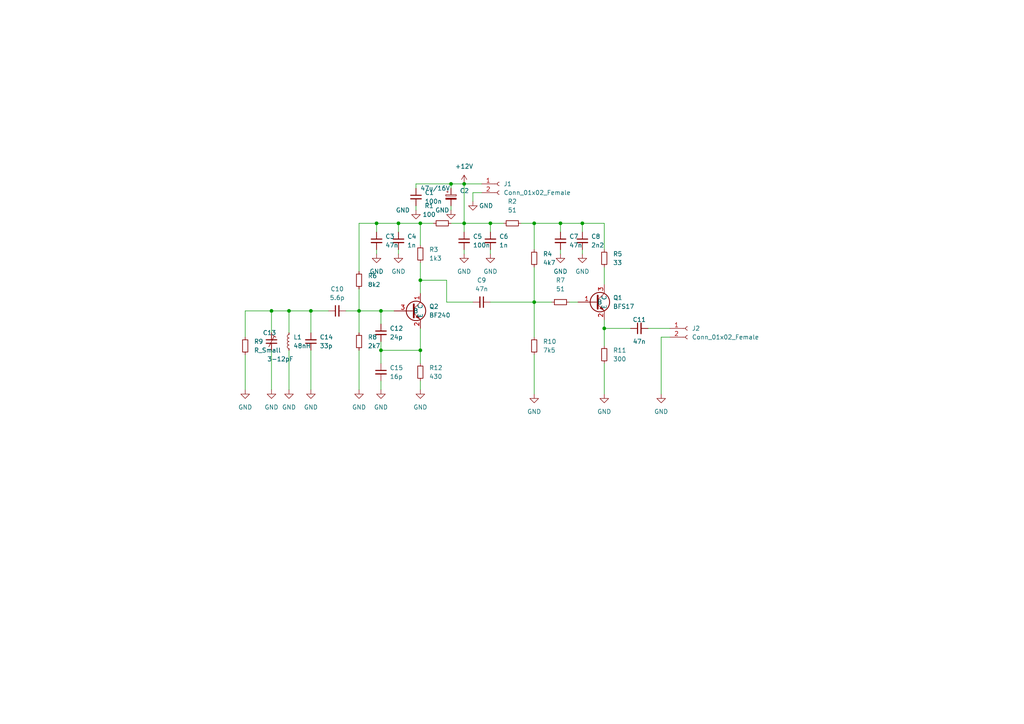
<source format=kicad_sch>
(kicad_sch (version 20211123) (generator eeschema)

  (uuid ea295993-f543-4e2d-922c-4ebca7b624ae)

  (paper "A4")

  (lib_symbols
    (symbol "Connector:Conn_01x02_Female" (pin_names (offset 1.016) hide) (in_bom yes) (on_board yes)
      (property "Reference" "J" (id 0) (at 0 2.54 0)
        (effects (font (size 1.27 1.27)))
      )
      (property "Value" "Conn_01x02_Female" (id 1) (at 0 -5.08 0)
        (effects (font (size 1.27 1.27)))
      )
      (property "Footprint" "" (id 2) (at 0 0 0)
        (effects (font (size 1.27 1.27)) hide)
      )
      (property "Datasheet" "~" (id 3) (at 0 0 0)
        (effects (font (size 1.27 1.27)) hide)
      )
      (property "ki_keywords" "connector" (id 4) (at 0 0 0)
        (effects (font (size 1.27 1.27)) hide)
      )
      (property "ki_description" "Generic connector, single row, 01x02, script generated (kicad-library-utils/schlib/autogen/connector/)" (id 5) (at 0 0 0)
        (effects (font (size 1.27 1.27)) hide)
      )
      (property "ki_fp_filters" "Connector*:*_1x??_*" (id 6) (at 0 0 0)
        (effects (font (size 1.27 1.27)) hide)
      )
      (symbol "Conn_01x02_Female_1_1"
        (arc (start 0 -2.032) (mid -0.508 -2.54) (end 0 -3.048)
          (stroke (width 0.1524) (type default) (color 0 0 0 0))
          (fill (type none))
        )
        (polyline
          (pts
            (xy -1.27 -2.54)
            (xy -0.508 -2.54)
          )
          (stroke (width 0.1524) (type default) (color 0 0 0 0))
          (fill (type none))
        )
        (polyline
          (pts
            (xy -1.27 0)
            (xy -0.508 0)
          )
          (stroke (width 0.1524) (type default) (color 0 0 0 0))
          (fill (type none))
        )
        (arc (start 0 0.508) (mid -0.508 0) (end 0 -0.508)
          (stroke (width 0.1524) (type default) (color 0 0 0 0))
          (fill (type none))
        )
        (pin passive line (at -5.08 0 0) (length 3.81)
          (name "Pin_1" (effects (font (size 1.27 1.27))))
          (number "1" (effects (font (size 1.27 1.27))))
        )
        (pin passive line (at -5.08 -2.54 0) (length 3.81)
          (name "Pin_2" (effects (font (size 1.27 1.27))))
          (number "2" (effects (font (size 1.27 1.27))))
        )
      )
    )
    (symbol "Device:C_Polarized_Small" (pin_numbers hide) (pin_names (offset 0.254) hide) (in_bom yes) (on_board yes)
      (property "Reference" "C" (id 0) (at 0.254 1.778 0)
        (effects (font (size 1.27 1.27)) (justify left))
      )
      (property "Value" "C_Polarized_Small" (id 1) (at 0.254 -2.032 0)
        (effects (font (size 1.27 1.27)) (justify left))
      )
      (property "Footprint" "" (id 2) (at 0 0 0)
        (effects (font (size 1.27 1.27)) hide)
      )
      (property "Datasheet" "~" (id 3) (at 0 0 0)
        (effects (font (size 1.27 1.27)) hide)
      )
      (property "ki_keywords" "cap capacitor" (id 4) (at 0 0 0)
        (effects (font (size 1.27 1.27)) hide)
      )
      (property "ki_description" "Polarized capacitor, small symbol" (id 5) (at 0 0 0)
        (effects (font (size 1.27 1.27)) hide)
      )
      (property "ki_fp_filters" "CP_*" (id 6) (at 0 0 0)
        (effects (font (size 1.27 1.27)) hide)
      )
      (symbol "C_Polarized_Small_0_1"
        (rectangle (start -1.524 -0.3048) (end 1.524 -0.6858)
          (stroke (width 0) (type default) (color 0 0 0 0))
          (fill (type outline))
        )
        (rectangle (start -1.524 0.6858) (end 1.524 0.3048)
          (stroke (width 0) (type default) (color 0 0 0 0))
          (fill (type none))
        )
        (polyline
          (pts
            (xy -1.27 1.524)
            (xy -0.762 1.524)
          )
          (stroke (width 0) (type default) (color 0 0 0 0))
          (fill (type none))
        )
        (polyline
          (pts
            (xy -1.016 1.27)
            (xy -1.016 1.778)
          )
          (stroke (width 0) (type default) (color 0 0 0 0))
          (fill (type none))
        )
      )
      (symbol "C_Polarized_Small_1_1"
        (pin passive line (at 0 2.54 270) (length 1.8542)
          (name "~" (effects (font (size 1.27 1.27))))
          (number "1" (effects (font (size 1.27 1.27))))
        )
        (pin passive line (at 0 -2.54 90) (length 1.8542)
          (name "~" (effects (font (size 1.27 1.27))))
          (number "2" (effects (font (size 1.27 1.27))))
        )
      )
    )
    (symbol "Device:C_Small" (pin_numbers hide) (pin_names (offset 0.254) hide) (in_bom yes) (on_board yes)
      (property "Reference" "C" (id 0) (at 0.254 1.778 0)
        (effects (font (size 1.27 1.27)) (justify left))
      )
      (property "Value" "C_Small" (id 1) (at 0.254 -2.032 0)
        (effects (font (size 1.27 1.27)) (justify left))
      )
      (property "Footprint" "" (id 2) (at 0 0 0)
        (effects (font (size 1.27 1.27)) hide)
      )
      (property "Datasheet" "~" (id 3) (at 0 0 0)
        (effects (font (size 1.27 1.27)) hide)
      )
      (property "ki_keywords" "capacitor cap" (id 4) (at 0 0 0)
        (effects (font (size 1.27 1.27)) hide)
      )
      (property "ki_description" "Unpolarized capacitor, small symbol" (id 5) (at 0 0 0)
        (effects (font (size 1.27 1.27)) hide)
      )
      (property "ki_fp_filters" "C_*" (id 6) (at 0 0 0)
        (effects (font (size 1.27 1.27)) hide)
      )
      (symbol "C_Small_0_1"
        (polyline
          (pts
            (xy -1.524 -0.508)
            (xy 1.524 -0.508)
          )
          (stroke (width 0.3302) (type default) (color 0 0 0 0))
          (fill (type none))
        )
        (polyline
          (pts
            (xy -1.524 0.508)
            (xy 1.524 0.508)
          )
          (stroke (width 0.3048) (type default) (color 0 0 0 0))
          (fill (type none))
        )
      )
      (symbol "C_Small_1_1"
        (pin passive line (at 0 2.54 270) (length 2.032)
          (name "~" (effects (font (size 1.27 1.27))))
          (number "1" (effects (font (size 1.27 1.27))))
        )
        (pin passive line (at 0 -2.54 90) (length 2.032)
          (name "~" (effects (font (size 1.27 1.27))))
          (number "2" (effects (font (size 1.27 1.27))))
        )
      )
    )
    (symbol "Device:C_Trim_Small" (pin_numbers hide) (pin_names (offset 0.254) hide) (in_bom yes) (on_board yes)
      (property "Reference" "C" (id 0) (at 1.524 -2.032 0)
        (effects (font (size 1.27 1.27)))
      )
      (property "Value" "C_Trim_Small" (id 1) (at 3.048 -3.556 0)
        (effects (font (size 1.27 1.27)))
      )
      (property "Footprint" "" (id 2) (at 0 0 0)
        (effects (font (size 1.27 1.27)) hide)
      )
      (property "Datasheet" "~" (id 3) (at 0 0 0)
        (effects (font (size 1.27 1.27)) hide)
      )
      (property "ki_keywords" "trimmer variable capacitor" (id 4) (at 0 0 0)
        (effects (font (size 1.27 1.27)) hide)
      )
      (property "ki_description" "Trimmable capacitor, small symbol" (id 5) (at 0 0 0)
        (effects (font (size 1.27 1.27)) hide)
      )
      (property "ki_fp_filters" "C_*" (id 6) (at 0 0 0)
        (effects (font (size 1.27 1.27)) hide)
      )
      (symbol "C_Trim_Small_0_1"
        (polyline
          (pts
            (xy -1.524 -0.508)
            (xy 1.524 -0.508)
          )
          (stroke (width 0.3048) (type default) (color 0 0 0 0))
          (fill (type none))
        )
        (polyline
          (pts
            (xy -1.524 0.508)
            (xy 1.524 0.508)
          )
          (stroke (width 0.3048) (type default) (color 0 0 0 0))
          (fill (type none))
        )
        (polyline
          (pts
            (xy 0.762 1.524)
            (xy -0.762 -1.524)
          )
          (stroke (width 0.1778) (type default) (color 0 0 0 0))
          (fill (type none))
        )
        (polyline
          (pts
            (xy 1.27 1.27)
            (xy 0.381 1.778)
          )
          (stroke (width 0.1778) (type default) (color 0 0 0 0))
          (fill (type none))
        )
      )
      (symbol "C_Trim_Small_1_1"
        (pin passive line (at 0 2.54 270) (length 2.032)
          (name "~" (effects (font (size 1.27 1.27))))
          (number "1" (effects (font (size 1.27 1.27))))
        )
        (pin passive line (at 0 -2.54 90) (length 2.032)
          (name "~" (effects (font (size 1.27 1.27))))
          (number "2" (effects (font (size 1.27 1.27))))
        )
      )
    )
    (symbol "Device:L_Small" (pin_numbers hide) (pin_names (offset 0.254) hide) (in_bom yes) (on_board yes)
      (property "Reference" "L" (id 0) (at 0.762 1.016 0)
        (effects (font (size 1.27 1.27)) (justify left))
      )
      (property "Value" "L_Small" (id 1) (at 0.762 -1.016 0)
        (effects (font (size 1.27 1.27)) (justify left))
      )
      (property "Footprint" "" (id 2) (at 0 0 0)
        (effects (font (size 1.27 1.27)) hide)
      )
      (property "Datasheet" "~" (id 3) (at 0 0 0)
        (effects (font (size 1.27 1.27)) hide)
      )
      (property "ki_keywords" "inductor choke coil reactor magnetic" (id 4) (at 0 0 0)
        (effects (font (size 1.27 1.27)) hide)
      )
      (property "ki_description" "Inductor, small symbol" (id 5) (at 0 0 0)
        (effects (font (size 1.27 1.27)) hide)
      )
      (property "ki_fp_filters" "Choke_* *Coil* Inductor_* L_*" (id 6) (at 0 0 0)
        (effects (font (size 1.27 1.27)) hide)
      )
      (symbol "L_Small_0_1"
        (arc (start 0 -2.032) (mid 0.508 -1.524) (end 0 -1.016)
          (stroke (width 0) (type default) (color 0 0 0 0))
          (fill (type none))
        )
        (arc (start 0 -1.016) (mid 0.508 -0.508) (end 0 0)
          (stroke (width 0) (type default) (color 0 0 0 0))
          (fill (type none))
        )
        (arc (start 0 0) (mid 0.508 0.508) (end 0 1.016)
          (stroke (width 0) (type default) (color 0 0 0 0))
          (fill (type none))
        )
        (arc (start 0 1.016) (mid 0.508 1.524) (end 0 2.032)
          (stroke (width 0) (type default) (color 0 0 0 0))
          (fill (type none))
        )
      )
      (symbol "L_Small_1_1"
        (pin passive line (at 0 2.54 270) (length 0.508)
          (name "~" (effects (font (size 1.27 1.27))))
          (number "1" (effects (font (size 1.27 1.27))))
        )
        (pin passive line (at 0 -2.54 90) (length 0.508)
          (name "~" (effects (font (size 1.27 1.27))))
          (number "2" (effects (font (size 1.27 1.27))))
        )
      )
    )
    (symbol "Device:R_Small" (pin_numbers hide) (pin_names (offset 0.254) hide) (in_bom yes) (on_board yes)
      (property "Reference" "R" (id 0) (at 0.762 0.508 0)
        (effects (font (size 1.27 1.27)) (justify left))
      )
      (property "Value" "R_Small" (id 1) (at 0.762 -1.016 0)
        (effects (font (size 1.27 1.27)) (justify left))
      )
      (property "Footprint" "" (id 2) (at 0 0 0)
        (effects (font (size 1.27 1.27)) hide)
      )
      (property "Datasheet" "~" (id 3) (at 0 0 0)
        (effects (font (size 1.27 1.27)) hide)
      )
      (property "ki_keywords" "R resistor" (id 4) (at 0 0 0)
        (effects (font (size 1.27 1.27)) hide)
      )
      (property "ki_description" "Resistor, small symbol" (id 5) (at 0 0 0)
        (effects (font (size 1.27 1.27)) hide)
      )
      (property "ki_fp_filters" "R_*" (id 6) (at 0 0 0)
        (effects (font (size 1.27 1.27)) hide)
      )
      (symbol "R_Small_0_1"
        (rectangle (start -0.762 1.778) (end 0.762 -1.778)
          (stroke (width 0.2032) (type default) (color 0 0 0 0))
          (fill (type none))
        )
      )
      (symbol "R_Small_1_1"
        (pin passive line (at 0 2.54 270) (length 0.762)
          (name "~" (effects (font (size 1.27 1.27))))
          (number "1" (effects (font (size 1.27 1.27))))
        )
        (pin passive line (at 0 -2.54 90) (length 0.762)
          (name "~" (effects (font (size 1.27 1.27))))
          (number "2" (effects (font (size 1.27 1.27))))
        )
      )
    )
    (symbol "Tranzystory w.cz.:BF240" (in_bom yes) (on_board yes)
      (property "Reference" "Q" (id 0) (at 5.08 1.27 0)
        (effects (font (size 1.27 1.27)))
      )
      (property "Value" "BF240" (id 1) (at 6.35 -2.54 0)
        (effects (font (size 1.27 1.27)))
      )
      (property "Footprint" "" (id 2) (at 0 0 0)
        (effects (font (size 1.27 1.27)) hide)
      )
      (property "Datasheet" "" (id 3) (at 0 0 0)
        (effects (font (size 1.27 1.27)) hide)
      )
      (symbol "BF240_0_1"
        (polyline
          (pts
            (xy -1.27 0)
            (xy -0.635 0)
          )
          (stroke (width 0) (type default) (color 0 0 0 0))
          (fill (type none))
        )
        (polyline
          (pts
            (xy -0.635 0.635)
            (xy 1.27 2.54)
          )
          (stroke (width 0) (type default) (color 0 0 0 0))
          (fill (type none))
        )
        (polyline
          (pts
            (xy -0.635 -0.635)
            (xy 1.27 -2.54)
            (xy 1.27 -2.54)
          )
          (stroke (width 0) (type default) (color 0 0 0 0))
          (fill (type none))
        )
        (polyline
          (pts
            (xy -0.635 1.905)
            (xy -0.635 -1.905)
            (xy -0.635 -1.905)
          )
          (stroke (width 0.508) (type default) (color 0 0 0 0))
          (fill (type none))
        )
        (polyline
          (pts
            (xy 0 -1.778)
            (xy 0.508 -1.27)
            (xy 1.016 -2.286)
            (xy 0 -1.778)
            (xy 0 -1.778)
          )
          (stroke (width 0) (type default) (color 0 0 0 0))
          (fill (type outline))
        )
        (circle (center 0 0) (radius 2.8194)
          (stroke (width 0.254) (type default) (color 0 0 0 0))
          (fill (type none))
        )
      )
      (symbol "BF240_1_1"
        (pin passive line (at 1.27 5.08 270) (length 2.54)
          (name "C" (effects (font (size 1.27 1.27))))
          (number "1" (effects (font (size 1.27 1.27))))
        )
        (pin passive line (at 1.27 -5.08 90) (length 2.54)
          (name "E" (effects (font (size 1.27 1.27))))
          (number "2" (effects (font (size 1.27 1.27))))
        )
        (pin input line (at -6.35 0 0) (length 5.08)
          (name "B" (effects (font (size 1.27 1.27))))
          (number "3" (effects (font (size 1.27 1.27))))
        )
      )
    )
    (symbol "Tranzystory w.cz.:BFS17" (in_bom yes) (on_board yes)
      (property "Reference" "Q" (id 0) (at 5.08 2.54 0)
        (effects (font (size 1.27 1.27)))
      )
      (property "Value" "BFS17" (id 1) (at 6.35 0 0)
        (effects (font (size 1.27 1.27)))
      )
      (property "Footprint" "" (id 2) (at 0 0 0)
        (effects (font (size 1.27 1.27)) hide)
      )
      (property "Datasheet" "" (id 3) (at 0 0 0)
        (effects (font (size 1.27 1.27)) hide)
      )
      (symbol "BFS17_0_1"
        (polyline
          (pts
            (xy -1.27 0)
            (xy -0.635 0)
          )
          (stroke (width 0) (type default) (color 0 0 0 0))
          (fill (type none))
        )
        (polyline
          (pts
            (xy -0.635 0.635)
            (xy 1.27 2.54)
          )
          (stroke (width 0) (type default) (color 0 0 0 0))
          (fill (type none))
        )
        (polyline
          (pts
            (xy -0.635 -0.635)
            (xy 1.27 -2.54)
            (xy 1.27 -2.54)
          )
          (stroke (width 0) (type default) (color 0 0 0 0))
          (fill (type none))
        )
        (polyline
          (pts
            (xy -0.635 1.905)
            (xy -0.635 -1.905)
            (xy -0.635 -1.905)
          )
          (stroke (width 0.508) (type default) (color 0 0 0 0))
          (fill (type none))
        )
        (polyline
          (pts
            (xy 0 -1.778)
            (xy 0.508 -1.27)
            (xy 1.016 -2.286)
            (xy 0 -1.778)
            (xy 0 -1.778)
          )
          (stroke (width 0) (type default) (color 0 0 0 0))
          (fill (type outline))
        )
        (circle (center 0 0) (radius 2.8194)
          (stroke (width 0.254) (type default) (color 0 0 0 0))
          (fill (type none))
        )
      )
      (symbol "BFS17_1_1"
        (pin input line (at -6.35 0 0) (length 5.08)
          (name "B" (effects (font (size 1.27 1.27))))
          (number "1" (effects (font (size 1.27 1.27))))
        )
        (pin passive line (at 1.27 -5.08 90) (length 2.54)
          (name "E" (effects (font (size 1.27 1.27))))
          (number "2" (effects (font (size 1.27 1.27))))
        )
        (pin passive line (at 1.27 5.08 270) (length 2.54)
          (name "C" (effects (font (size 1.27 1.27))))
          (number "3" (effects (font (size 1.27 1.27))))
        )
      )
    )
    (symbol "power:+12V" (power) (pin_names (offset 0)) (in_bom yes) (on_board yes)
      (property "Reference" "#PWR" (id 0) (at 0 -3.81 0)
        (effects (font (size 1.27 1.27)) hide)
      )
      (property "Value" "+12V" (id 1) (at 0 3.556 0)
        (effects (font (size 1.27 1.27)))
      )
      (property "Footprint" "" (id 2) (at 0 0 0)
        (effects (font (size 1.27 1.27)) hide)
      )
      (property "Datasheet" "" (id 3) (at 0 0 0)
        (effects (font (size 1.27 1.27)) hide)
      )
      (property "ki_keywords" "power-flag" (id 4) (at 0 0 0)
        (effects (font (size 1.27 1.27)) hide)
      )
      (property "ki_description" "Power symbol creates a global label with name \"+12V\"" (id 5) (at 0 0 0)
        (effects (font (size 1.27 1.27)) hide)
      )
      (symbol "+12V_0_1"
        (polyline
          (pts
            (xy -0.762 1.27)
            (xy 0 2.54)
          )
          (stroke (width 0) (type default) (color 0 0 0 0))
          (fill (type none))
        )
        (polyline
          (pts
            (xy 0 0)
            (xy 0 2.54)
          )
          (stroke (width 0) (type default) (color 0 0 0 0))
          (fill (type none))
        )
        (polyline
          (pts
            (xy 0 2.54)
            (xy 0.762 1.27)
          )
          (stroke (width 0) (type default) (color 0 0 0 0))
          (fill (type none))
        )
      )
      (symbol "+12V_1_1"
        (pin power_in line (at 0 0 90) (length 0) hide
          (name "+12V" (effects (font (size 1.27 1.27))))
          (number "1" (effects (font (size 1.27 1.27))))
        )
      )
    )
    (symbol "power:GND" (power) (pin_names (offset 0)) (in_bom yes) (on_board yes)
      (property "Reference" "#PWR" (id 0) (at 0 -6.35 0)
        (effects (font (size 1.27 1.27)) hide)
      )
      (property "Value" "GND" (id 1) (at 0 -3.81 0)
        (effects (font (size 1.27 1.27)))
      )
      (property "Footprint" "" (id 2) (at 0 0 0)
        (effects (font (size 1.27 1.27)) hide)
      )
      (property "Datasheet" "" (id 3) (at 0 0 0)
        (effects (font (size 1.27 1.27)) hide)
      )
      (property "ki_keywords" "power-flag" (id 4) (at 0 0 0)
        (effects (font (size 1.27 1.27)) hide)
      )
      (property "ki_description" "Power symbol creates a global label with name \"GND\" , ground" (id 5) (at 0 0 0)
        (effects (font (size 1.27 1.27)) hide)
      )
      (symbol "GND_0_1"
        (polyline
          (pts
            (xy 0 0)
            (xy 0 -1.27)
            (xy 1.27 -1.27)
            (xy 0 -2.54)
            (xy -1.27 -1.27)
            (xy 0 -1.27)
          )
          (stroke (width 0) (type default) (color 0 0 0 0))
          (fill (type none))
        )
      )
      (symbol "GND_1_1"
        (pin power_in line (at 0 0 270) (length 0) hide
          (name "GND" (effects (font (size 1.27 1.27))))
          (number "1" (effects (font (size 1.27 1.27))))
        )
      )
    )
  )

  (junction (at 109.22 64.77) (diameter 0) (color 0 0 0 0)
    (uuid 01d78c5c-75bb-41f7-a8a0-0494ab1b758d)
  )
  (junction (at 83.82 90.17) (diameter 0) (color 0 0 0 0)
    (uuid 10d6d495-f7ac-4bf5-a5b4-c457580ea788)
  )
  (junction (at 90.17 90.17) (diameter 0) (color 0 0 0 0)
    (uuid 14ebc94f-4e12-4de4-82d9-c0f085d21f05)
  )
  (junction (at 115.57 64.77) (diameter 0) (color 0 0 0 0)
    (uuid 213e2b3c-bcbc-4475-966c-d8055db73d06)
  )
  (junction (at 168.91 64.77) (diameter 0) (color 0 0 0 0)
    (uuid 2159cf53-c072-4ea0-b8b6-9631cb03aa8e)
  )
  (junction (at 121.92 101.6) (diameter 0) (color 0 0 0 0)
    (uuid 4776085d-7e69-4357-a3fb-ab0af80e4567)
  )
  (junction (at 142.24 64.77) (diameter 0) (color 0 0 0 0)
    (uuid 54de9702-e5fa-4470-860b-3420fca4c4d9)
  )
  (junction (at 154.94 87.63) (diameter 0) (color 0 0 0 0)
    (uuid 780dfbec-4d67-485c-a943-e3b244b3687d)
  )
  (junction (at 110.49 101.6) (diameter 0) (color 0 0 0 0)
    (uuid 7b0384e4-644e-4d3b-9597-afc32f221f4a)
  )
  (junction (at 175.26 95.25) (diameter 0) (color 0 0 0 0)
    (uuid 980d1bac-c501-45cd-8b7c-4222c1edfaac)
  )
  (junction (at 121.92 64.77) (diameter 0) (color 0 0 0 0)
    (uuid 9b55d92a-c425-47da-a035-f301eb83b3b6)
  )
  (junction (at 121.92 81.28) (diameter 0) (color 0 0 0 0)
    (uuid b0bc48b7-79f6-4787-b752-49beed9f9c59)
  )
  (junction (at 130.81 53.34) (diameter 0) (color 0 0 0 0)
    (uuid b275f341-ffeb-405b-9474-34ae25398424)
  )
  (junction (at 134.62 53.34) (diameter 0) (color 0 0 0 0)
    (uuid bc299717-7f9d-4f9b-b44e-89b1102e0763)
  )
  (junction (at 162.56 64.77) (diameter 0) (color 0 0 0 0)
    (uuid bf3a99bd-0de7-46d5-80bb-223b61850b08)
  )
  (junction (at 104.14 90.17) (diameter 0) (color 0 0 0 0)
    (uuid c616feea-0883-4623-8360-0206fe89694c)
  )
  (junction (at 110.49 90.17) (diameter 0) (color 0 0 0 0)
    (uuid e42315c9-4e1f-4f28-a326-9abc705c6a99)
  )
  (junction (at 154.94 64.77) (diameter 0) (color 0 0 0 0)
    (uuid eb7bed7d-8a05-4a63-a923-5225c495d959)
  )
  (junction (at 134.62 64.77) (diameter 0) (color 0 0 0 0)
    (uuid ef07b8fa-6e75-499e-8e26-c42b16b2b026)
  )
  (junction (at 78.74 90.17) (diameter 0) (color 0 0 0 0)
    (uuid f4410766-dbbe-45ec-b457-1b7ddcdabfd0)
  )

  (wire (pts (xy 134.62 72.39) (xy 134.62 73.66))
    (stroke (width 0) (type default) (color 0 0 0 0))
    (uuid 0148f0c5-7ebe-4598-b290-b76972225f1e)
  )
  (wire (pts (xy 110.49 101.6) (xy 110.49 105.41))
    (stroke (width 0) (type default) (color 0 0 0 0))
    (uuid 13168542-92b9-49c1-b9ca-ec9d9fe1c76c)
  )
  (wire (pts (xy 142.24 72.39) (xy 142.24 73.66))
    (stroke (width 0) (type default) (color 0 0 0 0))
    (uuid 16ebdbbc-9606-458f-8b7c-c2c873e87670)
  )
  (wire (pts (xy 109.22 64.77) (xy 104.14 64.77))
    (stroke (width 0) (type default) (color 0 0 0 0))
    (uuid 1a54ac1b-bab7-400a-ba18-7e0b1269ca41)
  )
  (wire (pts (xy 175.26 92.71) (xy 175.26 95.25))
    (stroke (width 0) (type default) (color 0 0 0 0))
    (uuid 1cfc011c-9dae-4dfa-884e-d2207b258cd0)
  )
  (wire (pts (xy 130.81 54.61) (xy 130.81 53.34))
    (stroke (width 0) (type default) (color 0 0 0 0))
    (uuid 1e218bcc-f6c7-4b37-b486-826bbe89584f)
  )
  (wire (pts (xy 134.62 64.77) (xy 134.62 67.31))
    (stroke (width 0) (type default) (color 0 0 0 0))
    (uuid 200b7f34-e79a-49c4-8b9b-03f9e68ce319)
  )
  (wire (pts (xy 134.62 64.77) (xy 134.62 53.34))
    (stroke (width 0) (type default) (color 0 0 0 0))
    (uuid 21670b48-7d1c-4d0d-b92e-383ec844f79c)
  )
  (wire (pts (xy 154.94 64.77) (xy 162.56 64.77))
    (stroke (width 0) (type default) (color 0 0 0 0))
    (uuid 21ec2cc2-7c90-4b0d-9d7a-e7ab96da348a)
  )
  (wire (pts (xy 154.94 97.79) (xy 154.94 87.63))
    (stroke (width 0) (type default) (color 0 0 0 0))
    (uuid 265cc374-fb96-4cc6-a484-88fb58dd10d6)
  )
  (wire (pts (xy 175.26 105.41) (xy 175.26 114.3))
    (stroke (width 0) (type default) (color 0 0 0 0))
    (uuid 299a21a8-a9bd-4f60-815f-2eced6dad434)
  )
  (wire (pts (xy 121.92 81.28) (xy 121.92 85.09))
    (stroke (width 0) (type default) (color 0 0 0 0))
    (uuid 2f0ebad5-080a-489f-a273-65189fd0261e)
  )
  (wire (pts (xy 137.16 87.63) (xy 129.54 87.63))
    (stroke (width 0) (type default) (color 0 0 0 0))
    (uuid 340dc19d-cba1-41f2-8828-f6384d8f1235)
  )
  (wire (pts (xy 130.81 59.69) (xy 130.81 60.96))
    (stroke (width 0) (type default) (color 0 0 0 0))
    (uuid 35de404c-89fb-4686-89d5-a80d13c2e205)
  )
  (wire (pts (xy 194.31 97.79) (xy 191.77 97.79))
    (stroke (width 0) (type default) (color 0 0 0 0))
    (uuid 396ea0de-37f3-4a22-879f-87c1862bf6ad)
  )
  (wire (pts (xy 142.24 67.31) (xy 142.24 64.77))
    (stroke (width 0) (type default) (color 0 0 0 0))
    (uuid 4266a4f5-99ed-41d3-8612-c9ad204bf937)
  )
  (wire (pts (xy 187.96 95.25) (xy 194.31 95.25))
    (stroke (width 0) (type default) (color 0 0 0 0))
    (uuid 43387015-fa1c-4d6b-a81a-15febb374fea)
  )
  (wire (pts (xy 71.12 90.17) (xy 78.74 90.17))
    (stroke (width 0) (type default) (color 0 0 0 0))
    (uuid 443e78e9-7883-4c86-b6b1-61060ef2b078)
  )
  (wire (pts (xy 120.65 60.96) (xy 120.65 59.69))
    (stroke (width 0) (type default) (color 0 0 0 0))
    (uuid 46d61df5-6f9c-4adc-a561-3ee6eabf14c9)
  )
  (wire (pts (xy 90.17 90.17) (xy 90.17 96.52))
    (stroke (width 0) (type default) (color 0 0 0 0))
    (uuid 49547e8d-4d16-47a8-a743-081ae1d10e66)
  )
  (wire (pts (xy 83.82 96.52) (xy 83.82 90.17))
    (stroke (width 0) (type default) (color 0 0 0 0))
    (uuid 4e705577-1dd7-4008-983b-a252e0984d78)
  )
  (wire (pts (xy 175.26 72.39) (xy 175.26 64.77))
    (stroke (width 0) (type default) (color 0 0 0 0))
    (uuid 4ea3ada7-a51f-46fa-814d-9be60becf17f)
  )
  (wire (pts (xy 142.24 87.63) (xy 154.94 87.63))
    (stroke (width 0) (type default) (color 0 0 0 0))
    (uuid 4f69485c-840a-42b4-b5c0-6ee5ba32b5e1)
  )
  (wire (pts (xy 134.62 64.77) (xy 142.24 64.77))
    (stroke (width 0) (type default) (color 0 0 0 0))
    (uuid 53a763af-fbab-42a0-a303-942454d46649)
  )
  (wire (pts (xy 121.92 101.6) (xy 121.92 105.41))
    (stroke (width 0) (type default) (color 0 0 0 0))
    (uuid 5be9e5f7-a473-4e16-bb92-4d16f4b228b3)
  )
  (wire (pts (xy 104.14 64.77) (xy 104.14 78.74))
    (stroke (width 0) (type default) (color 0 0 0 0))
    (uuid 5c251c0f-62b3-4d78-80f1-f73624a3dabb)
  )
  (wire (pts (xy 110.49 110.49) (xy 110.49 113.03))
    (stroke (width 0) (type default) (color 0 0 0 0))
    (uuid 5fb9d383-3f61-4075-9198-31916980347e)
  )
  (wire (pts (xy 115.57 64.77) (xy 115.57 67.31))
    (stroke (width 0) (type default) (color 0 0 0 0))
    (uuid 61ff4736-ca53-40eb-874a-43265c125010)
  )
  (wire (pts (xy 168.91 64.77) (xy 168.91 67.31))
    (stroke (width 0) (type default) (color 0 0 0 0))
    (uuid 62de54bb-0970-4cf6-a417-ab61e5e42ef7)
  )
  (wire (pts (xy 120.65 54.61) (xy 120.65 53.34))
    (stroke (width 0) (type default) (color 0 0 0 0))
    (uuid 62fd05da-18be-4540-b449-44960a4a13cc)
  )
  (wire (pts (xy 130.81 53.34) (xy 134.62 53.34))
    (stroke (width 0) (type default) (color 0 0 0 0))
    (uuid 642a0ced-3133-49d9-83a9-8409522191b4)
  )
  (wire (pts (xy 154.94 72.39) (xy 154.94 64.77))
    (stroke (width 0) (type default) (color 0 0 0 0))
    (uuid 6e9f88ad-d556-4a4f-a581-5f87151c9148)
  )
  (wire (pts (xy 78.74 90.17) (xy 78.74 96.52))
    (stroke (width 0) (type default) (color 0 0 0 0))
    (uuid 7fbac959-ffed-4f35-bbdc-a04e920cbcef)
  )
  (wire (pts (xy 142.24 64.77) (xy 146.05 64.77))
    (stroke (width 0) (type default) (color 0 0 0 0))
    (uuid 870e6eac-b26f-401e-af5d-6e4084effd61)
  )
  (wire (pts (xy 71.12 97.79) (xy 71.12 90.17))
    (stroke (width 0) (type default) (color 0 0 0 0))
    (uuid 898ff959-5a7f-49b6-95c6-1d641d365939)
  )
  (wire (pts (xy 121.92 64.77) (xy 121.92 71.12))
    (stroke (width 0) (type default) (color 0 0 0 0))
    (uuid 8bbc584b-ed7a-4afa-873b-467292e58f73)
  )
  (wire (pts (xy 78.74 90.17) (xy 83.82 90.17))
    (stroke (width 0) (type default) (color 0 0 0 0))
    (uuid 8dbe3e6c-a1e1-4f1f-a3e5-80dd0709c2d8)
  )
  (wire (pts (xy 121.92 110.49) (xy 121.92 113.03))
    (stroke (width 0) (type default) (color 0 0 0 0))
    (uuid 8f921619-c266-4e31-8b57-b99700ce6493)
  )
  (wire (pts (xy 78.74 101.6) (xy 78.74 113.03))
    (stroke (width 0) (type default) (color 0 0 0 0))
    (uuid 8fa7fc11-8084-45aa-a63e-bf571b22867a)
  )
  (wire (pts (xy 115.57 64.77) (xy 109.22 64.77))
    (stroke (width 0) (type default) (color 0 0 0 0))
    (uuid 901cb69d-c409-445b-a146-fa7ac4df999e)
  )
  (wire (pts (xy 110.49 99.06) (xy 110.49 101.6))
    (stroke (width 0) (type default) (color 0 0 0 0))
    (uuid 95b7e177-2837-43f5-9e66-736cbc439e33)
  )
  (wire (pts (xy 104.14 90.17) (xy 110.49 90.17))
    (stroke (width 0) (type default) (color 0 0 0 0))
    (uuid 9678dcbd-1da0-4147-b84e-7a005738a900)
  )
  (wire (pts (xy 83.82 90.17) (xy 90.17 90.17))
    (stroke (width 0) (type default) (color 0 0 0 0))
    (uuid 96e468ab-918c-43a2-b4f5-3869d9de2acb)
  )
  (wire (pts (xy 191.77 97.79) (xy 191.77 114.3))
    (stroke (width 0) (type default) (color 0 0 0 0))
    (uuid a728fbb9-2328-4df2-8b10-5abe9e60d4ef)
  )
  (wire (pts (xy 104.14 101.6) (xy 104.14 113.03))
    (stroke (width 0) (type default) (color 0 0 0 0))
    (uuid a7b1ad2a-2109-424c-a454-fcea88109f34)
  )
  (wire (pts (xy 100.33 90.17) (xy 104.14 90.17))
    (stroke (width 0) (type default) (color 0 0 0 0))
    (uuid a924c3c2-ebc7-4d02-85c9-8b15ee271b56)
  )
  (wire (pts (xy 168.91 72.39) (xy 168.91 73.66))
    (stroke (width 0) (type default) (color 0 0 0 0))
    (uuid acff27c6-7752-4d7d-a349-7d6f8058636b)
  )
  (wire (pts (xy 121.92 81.28) (xy 129.54 81.28))
    (stroke (width 0) (type default) (color 0 0 0 0))
    (uuid ae5b02c8-9628-4553-9a82-e0ac3b1c5d94)
  )
  (wire (pts (xy 162.56 72.39) (xy 162.56 73.66))
    (stroke (width 0) (type default) (color 0 0 0 0))
    (uuid b38d4576-0bcb-4061-966e-69ea1f1993ee)
  )
  (wire (pts (xy 71.12 113.03) (xy 71.12 102.87))
    (stroke (width 0) (type default) (color 0 0 0 0))
    (uuid b3bdf058-e615-4da6-8c4f-b8854f6e2fbe)
  )
  (wire (pts (xy 110.49 101.6) (xy 121.92 101.6))
    (stroke (width 0) (type default) (color 0 0 0 0))
    (uuid b574b6e6-7745-47f7-b519-72376efbcca7)
  )
  (wire (pts (xy 83.82 101.6) (xy 83.82 113.03))
    (stroke (width 0) (type default) (color 0 0 0 0))
    (uuid b61049fd-5089-44a9-bae1-61a0ceca9afa)
  )
  (wire (pts (xy 115.57 72.39) (xy 115.57 73.66))
    (stroke (width 0) (type default) (color 0 0 0 0))
    (uuid bbe25ff5-27bf-48d0-97eb-733c2ebc9196)
  )
  (wire (pts (xy 154.94 87.63) (xy 160.02 87.63))
    (stroke (width 0) (type default) (color 0 0 0 0))
    (uuid bd58cc5a-d957-4516-bd4e-13fc85f9e467)
  )
  (wire (pts (xy 104.14 90.17) (xy 104.14 96.52))
    (stroke (width 0) (type default) (color 0 0 0 0))
    (uuid bef14de0-9e7d-4767-9c4c-52a8f7e319c0)
  )
  (wire (pts (xy 104.14 83.82) (xy 104.14 90.17))
    (stroke (width 0) (type default) (color 0 0 0 0))
    (uuid bf84ff9b-74b0-4e5c-b670-c2d77dd19a03)
  )
  (wire (pts (xy 154.94 102.87) (xy 154.94 114.3))
    (stroke (width 0) (type default) (color 0 0 0 0))
    (uuid bfd944c9-b691-4b29-b51b-72afa723ba08)
  )
  (wire (pts (xy 121.92 95.25) (xy 121.92 101.6))
    (stroke (width 0) (type default) (color 0 0 0 0))
    (uuid c001a207-9064-4388-a68b-c56936c01a56)
  )
  (wire (pts (xy 121.92 64.77) (xy 115.57 64.77))
    (stroke (width 0) (type default) (color 0 0 0 0))
    (uuid c343f077-f207-4f7d-874d-3f4a46b63164)
  )
  (wire (pts (xy 175.26 95.25) (xy 175.26 100.33))
    (stroke (width 0) (type default) (color 0 0 0 0))
    (uuid c37a5c3d-9392-4cc3-9591-3cbaa5cbec4e)
  )
  (wire (pts (xy 129.54 87.63) (xy 129.54 81.28))
    (stroke (width 0) (type default) (color 0 0 0 0))
    (uuid c3b20c81-233c-46b3-b361-8b1427d557ff)
  )
  (wire (pts (xy 139.7 55.88) (xy 137.16 55.88))
    (stroke (width 0) (type default) (color 0 0 0 0))
    (uuid c8668988-b670-4008-bd40-406e4b578a05)
  )
  (wire (pts (xy 154.94 87.63) (xy 154.94 77.47))
    (stroke (width 0) (type default) (color 0 0 0 0))
    (uuid ccfddb93-424d-4984-bb5f-f5d91ae0596a)
  )
  (wire (pts (xy 165.1 87.63) (xy 167.64 87.63))
    (stroke (width 0) (type default) (color 0 0 0 0))
    (uuid cf18cdc4-21f0-43b7-ba25-4e573c33e3c5)
  )
  (wire (pts (xy 175.26 77.47) (xy 175.26 82.55))
    (stroke (width 0) (type default) (color 0 0 0 0))
    (uuid cfe4c59e-6fe0-4612-985a-dad01949b5fa)
  )
  (wire (pts (xy 168.91 64.77) (xy 175.26 64.77))
    (stroke (width 0) (type default) (color 0 0 0 0))
    (uuid d3748355-fe26-4cad-810e-e8c8bbf09902)
  )
  (wire (pts (xy 162.56 64.77) (xy 162.56 67.31))
    (stroke (width 0) (type default) (color 0 0 0 0))
    (uuid d4fa73a6-9e3a-431f-8232-1386ff0b162d)
  )
  (wire (pts (xy 134.62 53.34) (xy 139.7 53.34))
    (stroke (width 0) (type default) (color 0 0 0 0))
    (uuid da19e922-7b90-4b6c-8113-9a27cf2d1da9)
  )
  (wire (pts (xy 151.13 64.77) (xy 154.94 64.77))
    (stroke (width 0) (type default) (color 0 0 0 0))
    (uuid db95e41c-2480-4f5e-baf1-f2c6d1408f27)
  )
  (wire (pts (xy 162.56 64.77) (xy 168.91 64.77))
    (stroke (width 0) (type default) (color 0 0 0 0))
    (uuid dc9aecdc-6091-4313-b855-ea5ce64bdbd4)
  )
  (wire (pts (xy 120.65 53.34) (xy 130.81 53.34))
    (stroke (width 0) (type default) (color 0 0 0 0))
    (uuid e18456f8-0f8e-48d5-904e-1c183513d0d1)
  )
  (wire (pts (xy 110.49 90.17) (xy 114.3 90.17))
    (stroke (width 0) (type default) (color 0 0 0 0))
    (uuid e53dea05-41e3-46cd-8c9e-28e1a592efb7)
  )
  (wire (pts (xy 109.22 64.77) (xy 109.22 67.31))
    (stroke (width 0) (type default) (color 0 0 0 0))
    (uuid e7b95b9f-610f-4392-961b-68cbbadc3c1c)
  )
  (wire (pts (xy 121.92 76.2) (xy 121.92 81.28))
    (stroke (width 0) (type default) (color 0 0 0 0))
    (uuid ef2043b0-9cf3-4340-9cd9-872d7954a783)
  )
  (wire (pts (xy 110.49 90.17) (xy 110.49 93.98))
    (stroke (width 0) (type default) (color 0 0 0 0))
    (uuid f23b6ca7-47f1-4608-a82c-e39b25da3b8b)
  )
  (wire (pts (xy 90.17 90.17) (xy 95.25 90.17))
    (stroke (width 0) (type default) (color 0 0 0 0))
    (uuid f7660fc7-656b-4f7f-bbb8-0adf599e57f8)
  )
  (wire (pts (xy 90.17 101.6) (xy 90.17 113.03))
    (stroke (width 0) (type default) (color 0 0 0 0))
    (uuid f7c12a2d-701e-49c7-83c1-f41d1d1221c0)
  )
  (wire (pts (xy 137.16 55.88) (xy 137.16 58.42))
    (stroke (width 0) (type default) (color 0 0 0 0))
    (uuid fa18953a-fb0d-4c7f-ae1d-5617f6fb3495)
  )
  (wire (pts (xy 175.26 95.25) (xy 182.88 95.25))
    (stroke (width 0) (type default) (color 0 0 0 0))
    (uuid fb47500e-eb2b-43ab-b48a-4b67792ce756)
  )
  (wire (pts (xy 109.22 72.39) (xy 109.22 73.66))
    (stroke (width 0) (type default) (color 0 0 0 0))
    (uuid fb7bb1a5-a070-4549-b081-1bacec626ec7)
  )
  (wire (pts (xy 125.73 64.77) (xy 121.92 64.77))
    (stroke (width 0) (type default) (color 0 0 0 0))
    (uuid fd53ec45-f1e4-4205-94af-b896d9316a3c)
  )
  (wire (pts (xy 130.81 64.77) (xy 134.62 64.77))
    (stroke (width 0) (type default) (color 0 0 0 0))
    (uuid fec197ba-362b-4b0a-b633-b95ab19f5fd2)
  )

  (symbol (lib_id "Device:C_Small") (at 90.17 99.06 180) (unit 1)
    (in_bom yes) (on_board yes) (fields_autoplaced)
    (uuid 02ad4e03-c856-4f25-b238-fd08a5a93fa4)
    (property "Reference" "C14" (id 0) (at 92.71 97.7835 0)
      (effects (font (size 1.27 1.27)) (justify right))
    )
    (property "Value" "33p" (id 1) (at 92.71 100.3235 0)
      (effects (font (size 1.27 1.27)) (justify right))
    )
    (property "Footprint" "Capacitor_SMD:C_0805_2012Metric" (id 2) (at 90.17 99.06 0)
      (effects (font (size 1.27 1.27)) hide)
    )
    (property "Datasheet" "~" (id 3) (at 90.17 99.06 0)
      (effects (font (size 1.27 1.27)) hide)
    )
    (pin "1" (uuid b7ba49d6-d462-4b15-811e-83d54828f23a))
    (pin "2" (uuid edc96122-c95f-4e45-ae91-f396304e686a))
  )

  (symbol (lib_id "power:GND") (at 104.14 113.03 0) (unit 1)
    (in_bom yes) (on_board yes) (fields_autoplaced)
    (uuid 06bffc27-c594-4d5d-8a3e-de606185e713)
    (property "Reference" "#PWR015" (id 0) (at 104.14 119.38 0)
      (effects (font (size 1.27 1.27)) hide)
    )
    (property "Value" "GND" (id 1) (at 104.14 118.11 0))
    (property "Footprint" "" (id 2) (at 104.14 113.03 0)
      (effects (font (size 1.27 1.27)) hide)
    )
    (property "Datasheet" "" (id 3) (at 104.14 113.03 0)
      (effects (font (size 1.27 1.27)) hide)
    )
    (pin "1" (uuid ed966d66-740c-4f94-b6d9-c44f53387f09))
  )

  (symbol (lib_id "Device:C_Small") (at 115.57 69.85 0) (unit 1)
    (in_bom yes) (on_board yes) (fields_autoplaced)
    (uuid 0d650ff2-7a3e-4de2-bab5-15ba6b7f6d42)
    (property "Reference" "C4" (id 0) (at 118.11 68.5862 0)
      (effects (font (size 1.27 1.27)) (justify left))
    )
    (property "Value" "1n" (id 1) (at 118.11 71.1262 0)
      (effects (font (size 1.27 1.27)) (justify left))
    )
    (property "Footprint" "Capacitor_SMD:C_0805_2012Metric" (id 2) (at 115.57 69.85 0)
      (effects (font (size 1.27 1.27)) hide)
    )
    (property "Datasheet" "~" (id 3) (at 115.57 69.85 0)
      (effects (font (size 1.27 1.27)) hide)
    )
    (pin "1" (uuid 3a43b91f-53d7-4514-a96c-38ec86d1a557))
    (pin "2" (uuid 92e766b4-3163-4a9d-afe5-7a98ccd407cd))
  )

  (symbol (lib_id "Device:R_Small") (at 154.94 100.33 180) (unit 1)
    (in_bom yes) (on_board yes) (fields_autoplaced)
    (uuid 0fb3f3f9-7d59-4097-b426-e4fd72b81556)
    (property "Reference" "R10" (id 0) (at 157.48 99.0599 0)
      (effects (font (size 1.27 1.27)) (justify right))
    )
    (property "Value" "7k5" (id 1) (at 157.48 101.5999 0)
      (effects (font (size 1.27 1.27)) (justify right))
    )
    (property "Footprint" "Resistor_SMD:R_0805_2012Metric" (id 2) (at 154.94 100.33 0)
      (effects (font (size 1.27 1.27)) hide)
    )
    (property "Datasheet" "~" (id 3) (at 154.94 100.33 0)
      (effects (font (size 1.27 1.27)) hide)
    )
    (pin "1" (uuid 4b8d2597-0774-4e10-9cc3-2575f535de78))
    (pin "2" (uuid 1f811067-a7b0-43e1-ab5b-ce68ae6e71d7))
  )

  (symbol (lib_id "Device:R_Small") (at 71.12 100.33 0) (unit 1)
    (in_bom yes) (on_board yes) (fields_autoplaced)
    (uuid 1187fc09-b9c5-44ed-9faf-f5078c0a8a4c)
    (property "Reference" "R9" (id 0) (at 73.66 99.0599 0)
      (effects (font (size 1.27 1.27)) (justify left))
    )
    (property "Value" "R_Small" (id 1) (at 73.66 101.5999 0)
      (effects (font (size 1.27 1.27)) (justify left))
    )
    (property "Footprint" "Resistor_SMD:R_1210_3225Metric" (id 2) (at 71.12 100.33 0)
      (effects (font (size 1.27 1.27)) hide)
    )
    (property "Datasheet" "~" (id 3) (at 71.12 100.33 0)
      (effects (font (size 1.27 1.27)) hide)
    )
    (pin "1" (uuid 4e9c22ff-f9e4-43a6-bafc-b9de99a95eb3))
    (pin "2" (uuid 94ccc95d-b3e5-4c3e-b5fe-cd452a842803))
  )

  (symbol (lib_id "Device:C_Polarized_Small") (at 130.81 57.15 0) (unit 1)
    (in_bom yes) (on_board yes)
    (uuid 11f25a07-5a3f-4d05-a3b2-13259e2fc8e1)
    (property "Reference" "C2" (id 0) (at 133.35 55.3338 0)
      (effects (font (size 1.27 1.27)) (justify left))
    )
    (property "Value" "47u/16V" (id 1) (at 121.92 54.61 0)
      (effects (font (size 1.27 1.27)) (justify left))
    )
    (property "Footprint" "Capacitor_THT:CP_Radial_Tantal_D5.5mm_P2.50mm" (id 2) (at 130.81 57.15 0)
      (effects (font (size 1.27 1.27)) hide)
    )
    (property "Datasheet" "~" (id 3) (at 130.81 57.15 0)
      (effects (font (size 1.27 1.27)) hide)
    )
    (pin "1" (uuid db10ed55-4b4a-437f-af3c-4f91d653a934))
    (pin "2" (uuid 92c9d40f-c397-4ccb-aa48-dc4a4cb841db))
  )

  (symbol (lib_id "Device:C_Small") (at 162.56 69.85 0) (unit 1)
    (in_bom yes) (on_board yes) (fields_autoplaced)
    (uuid 174d8924-39db-48c6-9eb5-f1f81bd8822b)
    (property "Reference" "C7" (id 0) (at 165.1 68.5862 0)
      (effects (font (size 1.27 1.27)) (justify left))
    )
    (property "Value" "" (id 1) (at 165.1 71.1262 0)
      (effects (font (size 1.27 1.27)) (justify left))
    )
    (property "Footprint" "Capacitor_SMD:C_1206_3216Metric" (id 2) (at 162.56 69.85 0)
      (effects (font (size 1.27 1.27)) hide)
    )
    (property "Datasheet" "~" (id 3) (at 162.56 69.85 0)
      (effects (font (size 1.27 1.27)) hide)
    )
    (pin "1" (uuid 1591b62a-56ef-4133-ae36-318bb7d74c99))
    (pin "2" (uuid 30cf0698-8fe7-4001-aa95-b83a6608f165))
  )

  (symbol (lib_id "Connector:Conn_01x02_Female") (at 144.78 53.34 0) (unit 1)
    (in_bom yes) (on_board yes) (fields_autoplaced)
    (uuid 1ff51aa3-c829-42a2-afc0-a32c59612dfb)
    (property "Reference" "J1" (id 0) (at 146.05 53.3399 0)
      (effects (font (size 1.27 1.27)) (justify left))
    )
    (property "Value" "Conn_01x02_Female" (id 1) (at 146.05 55.8799 0)
      (effects (font (size 1.27 1.27)) (justify left))
    )
    (property "Footprint" "Connector_PinHeader_2.54mm:PinHeader_1x02_P2.54mm_Vertical" (id 2) (at 144.78 53.34 0)
      (effects (font (size 1.27 1.27)) hide)
    )
    (property "Datasheet" "~" (id 3) (at 144.78 53.34 0)
      (effects (font (size 1.27 1.27)) hide)
    )
    (pin "1" (uuid 41b9f785-4b4e-489c-af20-76e3f2d9ded0))
    (pin "2" (uuid 9c971df2-86e0-47fc-a4f2-8d9ca4f58a11))
  )

  (symbol (lib_id "power:GND") (at 137.16 58.42 0) (unit 1)
    (in_bom yes) (on_board yes)
    (uuid 218ab2ca-95f8-47dc-86a6-01ebd00ac9cb)
    (property "Reference" "#PWR02" (id 0) (at 137.16 64.77 0)
      (effects (font (size 1.27 1.27)) hide)
    )
    (property "Value" "GND" (id 1) (at 140.97 59.69 0))
    (property "Footprint" "" (id 2) (at 137.16 58.42 0)
      (effects (font (size 1.27 1.27)) hide)
    )
    (property "Datasheet" "" (id 3) (at 137.16 58.42 0)
      (effects (font (size 1.27 1.27)) hide)
    )
    (pin "1" (uuid fa627853-39bb-4e76-8cc5-89b92c89e9c0))
  )

  (symbol (lib_id "power:GND") (at 121.92 113.03 0) (unit 1)
    (in_bom yes) (on_board yes) (fields_autoplaced)
    (uuid 28a157fa-b14b-4d6f-8c79-ec05f0ae7d64)
    (property "Reference" "#PWR017" (id 0) (at 121.92 119.38 0)
      (effects (font (size 1.27 1.27)) hide)
    )
    (property "Value" "GND" (id 1) (at 121.92 118.11 0))
    (property "Footprint" "" (id 2) (at 121.92 113.03 0)
      (effects (font (size 1.27 1.27)) hide)
    )
    (property "Datasheet" "" (id 3) (at 121.92 113.03 0)
      (effects (font (size 1.27 1.27)) hide)
    )
    (pin "1" (uuid f4306f0d-4d5c-420e-b9c5-24566fe3215e))
  )

  (symbol (lib_id "Tranzystory w.cz.:BFS17") (at 173.99 87.63 0) (unit 1)
    (in_bom yes) (on_board yes) (fields_autoplaced)
    (uuid 2946c9fa-7efb-4693-8b09-1d31336c7556)
    (property "Reference" "Q1" (id 0) (at 177.8 86.3599 0)
      (effects (font (size 1.27 1.27)) (justify left))
    )
    (property "Value" "BFS17" (id 1) (at 177.8 88.8999 0)
      (effects (font (size 1.27 1.27)) (justify left))
    )
    (property "Footprint" "Package_TO_SOT_SMD:SOT-23" (id 2) (at 173.99 87.63 0)
      (effects (font (size 1.27 1.27)) hide)
    )
    (property "Datasheet" "" (id 3) (at 173.99 87.63 0)
      (effects (font (size 1.27 1.27)) hide)
    )
    (pin "1" (uuid c9b40572-b0d1-4065-ba78-13edc4c80a1f))
    (pin "2" (uuid c3e58e74-3894-4d7b-a67d-12c06e286efd))
    (pin "3" (uuid 518d937e-68bd-48d8-937b-6c939092dda5))
  )

  (symbol (lib_id "Device:C_Trim_Small") (at 78.74 99.06 0) (unit 1)
    (in_bom yes) (on_board yes)
    (uuid 296bb3c6-a2bc-4298-b131-8c5e9c6c203c)
    (property "Reference" "C13" (id 0) (at 76.2 96.52 0)
      (effects (font (size 1.27 1.27)) (justify left))
    )
    (property "Value" "3-12pF" (id 1) (at 77.47 104.14 0)
      (effects (font (size 1.27 1.27)) (justify left))
    )
    (property "Footprint" "Capacitor_THT:C_Radial_D10.0mm_H12.5mm_P5.00mm" (id 2) (at 78.74 99.06 0)
      (effects (font (size 1.27 1.27)) hide)
    )
    (property "Datasheet" "~" (id 3) (at 78.74 99.06 0)
      (effects (font (size 1.27 1.27)) hide)
    )
    (pin "1" (uuid c803332c-fecd-4f94-bd94-fbc032826317))
    (pin "2" (uuid 048d7ca8-c75e-44be-8081-1e4b23024df7))
  )

  (symbol (lib_id "Device:C_Small") (at 97.79 90.17 90) (unit 1)
    (in_bom yes) (on_board yes) (fields_autoplaced)
    (uuid 2e105e11-1ea0-4b99-9764-eba3d60a2cc1)
    (property "Reference" "C10" (id 0) (at 97.7963 83.82 90))
    (property "Value" "5.6p" (id 1) (at 97.7963 86.36 90))
    (property "Footprint" "Capacitor_SMD:C_0805_2012Metric" (id 2) (at 97.79 90.17 0)
      (effects (font (size 1.27 1.27)) hide)
    )
    (property "Datasheet" "~" (id 3) (at 97.79 90.17 0)
      (effects (font (size 1.27 1.27)) hide)
    )
    (pin "1" (uuid bbede215-ae36-4414-acfa-04c2e82b7e35))
    (pin "2" (uuid b21def41-5735-40b7-a2b3-b14be589a296))
  )

  (symbol (lib_id "Device:C_Small") (at 110.49 107.95 0) (unit 1)
    (in_bom yes) (on_board yes) (fields_autoplaced)
    (uuid 3909da4f-4844-4ae6-8ca2-18926971dc84)
    (property "Reference" "C15" (id 0) (at 113.03 106.6862 0)
      (effects (font (size 1.27 1.27)) (justify left))
    )
    (property "Value" "16p" (id 1) (at 113.03 109.2262 0)
      (effects (font (size 1.27 1.27)) (justify left))
    )
    (property "Footprint" "Capacitor_SMD:C_0805_2012Metric" (id 2) (at 110.49 107.95 0)
      (effects (font (size 1.27 1.27)) hide)
    )
    (property "Datasheet" "~" (id 3) (at 110.49 107.95 0)
      (effects (font (size 1.27 1.27)) hide)
    )
    (pin "1" (uuid 98d0fbe9-869e-4f23-ae1b-c1b65d7a8909))
    (pin "2" (uuid f3f454c8-17f1-40ac-9f9d-1b801bc6c552))
  )

  (symbol (lib_id "power:GND") (at 168.91 73.66 0) (unit 1)
    (in_bom yes) (on_board yes) (fields_autoplaced)
    (uuid 39937bd7-f08d-41d2-9587-ce8d61a3e775)
    (property "Reference" "#PWR010" (id 0) (at 168.91 80.01 0)
      (effects (font (size 1.27 1.27)) hide)
    )
    (property "Value" "GND" (id 1) (at 168.91 78.74 0))
    (property "Footprint" "" (id 2) (at 168.91 73.66 0)
      (effects (font (size 1.27 1.27)) hide)
    )
    (property "Datasheet" "" (id 3) (at 168.91 73.66 0)
      (effects (font (size 1.27 1.27)) hide)
    )
    (pin "1" (uuid 998b2a60-dab3-4d74-9e4e-e61d614554d1))
  )

  (symbol (lib_id "Device:R_Small") (at 175.26 74.93 0) (unit 1)
    (in_bom yes) (on_board yes) (fields_autoplaced)
    (uuid 4c402f23-994c-4037-9547-b93cdb9da7a3)
    (property "Reference" "R5" (id 0) (at 177.8 73.6599 0)
      (effects (font (size 1.27 1.27)) (justify left))
    )
    (property "Value" "33" (id 1) (at 177.8 76.1999 0)
      (effects (font (size 1.27 1.27)) (justify left))
    )
    (property "Footprint" "Resistor_SMD:R_0805_2012Metric" (id 2) (at 175.26 74.93 0)
      (effects (font (size 1.27 1.27)) hide)
    )
    (property "Datasheet" "~" (id 3) (at 175.26 74.93 0)
      (effects (font (size 1.27 1.27)) hide)
    )
    (pin "1" (uuid 01a3316c-a07b-45c4-9ef0-7087441f6e8f))
    (pin "2" (uuid 016e0f3f-e274-446d-8ecd-c40a51d98775))
  )

  (symbol (lib_id "power:GND") (at 134.62 73.66 0) (unit 1)
    (in_bom yes) (on_board yes) (fields_autoplaced)
    (uuid 544585e8-2498-4739-be8a-650567b0a1e5)
    (property "Reference" "#PWR07" (id 0) (at 134.62 80.01 0)
      (effects (font (size 1.27 1.27)) hide)
    )
    (property "Value" "GND" (id 1) (at 134.62 78.74 0))
    (property "Footprint" "" (id 2) (at 134.62 73.66 0)
      (effects (font (size 1.27 1.27)) hide)
    )
    (property "Datasheet" "" (id 3) (at 134.62 73.66 0)
      (effects (font (size 1.27 1.27)) hide)
    )
    (pin "1" (uuid 28a1f50d-2691-47b1-ab30-546a449ac992))
  )

  (symbol (lib_id "power:GND") (at 71.12 113.03 0) (unit 1)
    (in_bom yes) (on_board yes) (fields_autoplaced)
    (uuid 5e46bd30-ef65-405e-8229-a0263a7a0bb6)
    (property "Reference" "#PWR011" (id 0) (at 71.12 119.38 0)
      (effects (font (size 1.27 1.27)) hide)
    )
    (property "Value" "GND" (id 1) (at 71.12 118.11 0))
    (property "Footprint" "" (id 2) (at 71.12 113.03 0)
      (effects (font (size 1.27 1.27)) hide)
    )
    (property "Datasheet" "" (id 3) (at 71.12 113.03 0)
      (effects (font (size 1.27 1.27)) hide)
    )
    (pin "1" (uuid bfdff2b8-c153-4726-b18a-2758f91b7fc0))
  )

  (symbol (lib_id "power:GND") (at 191.77 114.3 0) (unit 1)
    (in_bom yes) (on_board yes) (fields_autoplaced)
    (uuid 61bd7752-2f25-4561-a0dd-19a32e98dd8a)
    (property "Reference" "#PWR020" (id 0) (at 191.77 120.65 0)
      (effects (font (size 1.27 1.27)) hide)
    )
    (property "Value" "GND" (id 1) (at 191.77 119.38 0))
    (property "Footprint" "" (id 2) (at 191.77 114.3 0)
      (effects (font (size 1.27 1.27)) hide)
    )
    (property "Datasheet" "" (id 3) (at 191.77 114.3 0)
      (effects (font (size 1.27 1.27)) hide)
    )
    (pin "1" (uuid b6eb35c2-ac61-4555-bccd-65ca70ff1860))
  )

  (symbol (lib_id "power:GND") (at 110.49 113.03 0) (unit 1)
    (in_bom yes) (on_board yes) (fields_autoplaced)
    (uuid 68f1656b-91c4-451e-aa63-5b5d375a765f)
    (property "Reference" "#PWR016" (id 0) (at 110.49 119.38 0)
      (effects (font (size 1.27 1.27)) hide)
    )
    (property "Value" "GND" (id 1) (at 110.49 118.11 0))
    (property "Footprint" "" (id 2) (at 110.49 113.03 0)
      (effects (font (size 1.27 1.27)) hide)
    )
    (property "Datasheet" "" (id 3) (at 110.49 113.03 0)
      (effects (font (size 1.27 1.27)) hide)
    )
    (pin "1" (uuid 70cb3de9-9f9b-4ba3-8b02-7224bc49cf85))
  )

  (symbol (lib_id "Device:R_Small") (at 128.27 64.77 90) (unit 1)
    (in_bom yes) (on_board yes)
    (uuid 6c971ce3-1431-46f9-8da7-bbee1109d8c7)
    (property "Reference" "R1" (id 0) (at 124.46 59.69 90))
    (property "Value" "100" (id 1) (at 124.46 62.23 90))
    (property "Footprint" "Resistor_SMD:R_0805_2012Metric" (id 2) (at 128.27 64.77 0)
      (effects (font (size 1.27 1.27)) hide)
    )
    (property "Datasheet" "~" (id 3) (at 128.27 64.77 0)
      (effects (font (size 1.27 1.27)) hide)
    )
    (pin "1" (uuid 29bf2334-f59f-4683-b684-d5100f34def4))
    (pin "2" (uuid 75c0017f-5276-4d45-817b-cc8ca152b775))
  )

  (symbol (lib_id "power:+12V") (at 134.62 53.34 0) (unit 1)
    (in_bom yes) (on_board yes) (fields_autoplaced)
    (uuid 7263ff0e-88bc-4d21-825a-20a9377f8db5)
    (property "Reference" "#PWR01" (id 0) (at 134.62 57.15 0)
      (effects (font (size 1.27 1.27)) hide)
    )
    (property "Value" "+12V" (id 1) (at 134.62 48.26 0))
    (property "Footprint" "" (id 2) (at 134.62 53.34 0)
      (effects (font (size 1.27 1.27)) hide)
    )
    (property "Datasheet" "" (id 3) (at 134.62 53.34 0)
      (effects (font (size 1.27 1.27)) hide)
    )
    (pin "1" (uuid 1519711e-6a5f-41cb-8b50-baaca89bed02))
  )

  (symbol (lib_id "power:GND") (at 175.26 114.3 0) (unit 1)
    (in_bom yes) (on_board yes) (fields_autoplaced)
    (uuid 755db9d2-c1fb-4df8-9250-8ab349a6058c)
    (property "Reference" "#PWR019" (id 0) (at 175.26 120.65 0)
      (effects (font (size 1.27 1.27)) hide)
    )
    (property "Value" "GND" (id 1) (at 175.26 119.38 0))
    (property "Footprint" "" (id 2) (at 175.26 114.3 0)
      (effects (font (size 1.27 1.27)) hide)
    )
    (property "Datasheet" "" (id 3) (at 175.26 114.3 0)
      (effects (font (size 1.27 1.27)) hide)
    )
    (pin "1" (uuid 0c2c3b73-f1c7-4fb6-8466-0b18b248b69d))
  )

  (symbol (lib_id "power:GND") (at 90.17 113.03 0) (unit 1)
    (in_bom yes) (on_board yes) (fields_autoplaced)
    (uuid 770194e7-be37-488a-bc8a-c89c564aee06)
    (property "Reference" "#PWR014" (id 0) (at 90.17 119.38 0)
      (effects (font (size 1.27 1.27)) hide)
    )
    (property "Value" "GND" (id 1) (at 90.17 118.11 0))
    (property "Footprint" "" (id 2) (at 90.17 113.03 0)
      (effects (font (size 1.27 1.27)) hide)
    )
    (property "Datasheet" "" (id 3) (at 90.17 113.03 0)
      (effects (font (size 1.27 1.27)) hide)
    )
    (pin "1" (uuid 91be6619-33af-4dd7-aa18-c1d6189de8a5))
  )

  (symbol (lib_id "Tranzystory w.cz.:BF240") (at 120.65 90.17 0) (unit 1)
    (in_bom yes) (on_board yes) (fields_autoplaced)
    (uuid 7dc91b09-bcc0-4830-8797-09eecc0af8f0)
    (property "Reference" "Q2" (id 0) (at 124.46 88.8999 0)
      (effects (font (size 1.27 1.27)) (justify left))
    )
    (property "Value" "BF240" (id 1) (at 124.46 91.4399 0)
      (effects (font (size 1.27 1.27)) (justify left))
    )
    (property "Footprint" "Package_TO_SOT_THT:TO-92L_Wide" (id 2) (at 120.65 90.17 0)
      (effects (font (size 1.27 1.27)) hide)
    )
    (property "Datasheet" "" (id 3) (at 120.65 90.17 0)
      (effects (font (size 1.27 1.27)) hide)
    )
    (pin "1" (uuid 6e7670d8-372c-4b03-b880-8c64568c9ac6))
    (pin "2" (uuid 85fdbf05-a903-40d1-b0ce-d1829a2c410a))
    (pin "3" (uuid e701fc61-15c9-4a5a-bf9a-23f07de9c42f))
  )

  (symbol (lib_id "power:GND") (at 120.65 60.96 0) (unit 1)
    (in_bom yes) (on_board yes)
    (uuid 84164d3c-90bc-45b0-ac63-7f7a93843cb3)
    (property "Reference" "#PWR03" (id 0) (at 120.65 67.31 0)
      (effects (font (size 1.27 1.27)) hide)
    )
    (property "Value" "" (id 1) (at 116.84 60.96 0))
    (property "Footprint" "" (id 2) (at 120.65 60.96 0)
      (effects (font (size 1.27 1.27)) hide)
    )
    (property "Datasheet" "" (id 3) (at 120.65 60.96 0)
      (effects (font (size 1.27 1.27)) hide)
    )
    (pin "1" (uuid 369de6e0-38f9-4c75-93ed-d58163562fde))
  )

  (symbol (lib_id "Device:C_Small") (at 185.42 95.25 90) (unit 1)
    (in_bom yes) (on_board yes)
    (uuid 8ea1fbdf-9871-4032-b49f-b5767c7be4a2)
    (property "Reference" "C11" (id 0) (at 185.42 92.71 90))
    (property "Value" "47n" (id 1) (at 185.42 99.06 90))
    (property "Footprint" "Capacitor_SMD:C_0805_2012Metric" (id 2) (at 185.42 95.25 0)
      (effects (font (size 1.27 1.27)) hide)
    )
    (property "Datasheet" "~" (id 3) (at 185.42 95.25 0)
      (effects (font (size 1.27 1.27)) hide)
    )
    (pin "1" (uuid f0097a74-324a-41b5-8e55-65be2008f27a))
    (pin "2" (uuid e4395371-09f3-4095-be42-a443198663c9))
  )

  (symbol (lib_id "power:GND") (at 78.74 113.03 0) (unit 1)
    (in_bom yes) (on_board yes) (fields_autoplaced)
    (uuid 96a1e41f-9dc8-45f4-8326-2fc4e753760f)
    (property "Reference" "#PWR012" (id 0) (at 78.74 119.38 0)
      (effects (font (size 1.27 1.27)) hide)
    )
    (property "Value" "GND" (id 1) (at 78.74 118.11 0))
    (property "Footprint" "" (id 2) (at 78.74 113.03 0)
      (effects (font (size 1.27 1.27)) hide)
    )
    (property "Datasheet" "" (id 3) (at 78.74 113.03 0)
      (effects (font (size 1.27 1.27)) hide)
    )
    (pin "1" (uuid 2ee09a3a-7afb-4fe0-943e-3cf02107fdfb))
  )

  (symbol (lib_id "Device:R_Small") (at 121.92 107.95 0) (unit 1)
    (in_bom yes) (on_board yes) (fields_autoplaced)
    (uuid a77ddb2f-8b48-40f3-a101-48d12f0c0353)
    (property "Reference" "R12" (id 0) (at 124.46 106.6799 0)
      (effects (font (size 1.27 1.27)) (justify left))
    )
    (property "Value" "430" (id 1) (at 124.46 109.2199 0)
      (effects (font (size 1.27 1.27)) (justify left))
    )
    (property "Footprint" "Resistor_SMD:R_0805_2012Metric" (id 2) (at 121.92 107.95 0)
      (effects (font (size 1.27 1.27)) hide)
    )
    (property "Datasheet" "~" (id 3) (at 121.92 107.95 0)
      (effects (font (size 1.27 1.27)) hide)
    )
    (pin "1" (uuid a3ad7efa-886a-4a04-8490-35211e5aadd7))
    (pin "2" (uuid 762c365d-10a4-4f5f-b067-15e4efcc12bc))
  )

  (symbol (lib_id "power:GND") (at 115.57 73.66 0) (unit 1)
    (in_bom yes) (on_board yes) (fields_autoplaced)
    (uuid ad2afd42-2b66-4c82-9a0b-1a9a4218f7ea)
    (property "Reference" "#PWR06" (id 0) (at 115.57 80.01 0)
      (effects (font (size 1.27 1.27)) hide)
    )
    (property "Value" "GND" (id 1) (at 115.57 78.74 0))
    (property "Footprint" "" (id 2) (at 115.57 73.66 0)
      (effects (font (size 1.27 1.27)) hide)
    )
    (property "Datasheet" "" (id 3) (at 115.57 73.66 0)
      (effects (font (size 1.27 1.27)) hide)
    )
    (pin "1" (uuid 487953a5-e78b-4934-aef7-e4b1ab97aa4b))
  )

  (symbol (lib_id "Device:C_Small") (at 110.49 96.52 0) (unit 1)
    (in_bom yes) (on_board yes) (fields_autoplaced)
    (uuid ae3b1fd7-176d-4ada-9040-7e18514dc12b)
    (property "Reference" "C12" (id 0) (at 113.03 95.2562 0)
      (effects (font (size 1.27 1.27)) (justify left))
    )
    (property "Value" "24p" (id 1) (at 113.03 97.7962 0)
      (effects (font (size 1.27 1.27)) (justify left))
    )
    (property "Footprint" "Capacitor_SMD:C_0805_2012Metric" (id 2) (at 110.49 96.52 0)
      (effects (font (size 1.27 1.27)) hide)
    )
    (property "Datasheet" "~" (id 3) (at 110.49 96.52 0)
      (effects (font (size 1.27 1.27)) hide)
    )
    (pin "1" (uuid e92a4906-782b-4562-ab57-e0c4d442a517))
    (pin "2" (uuid a5da28f9-b2d0-492d-8177-8a98c6bae1ee))
  )

  (symbol (lib_id "power:GND") (at 130.81 60.96 0) (unit 1)
    (in_bom yes) (on_board yes)
    (uuid aed6f6af-483c-425e-a348-ead5c070dbf6)
    (property "Reference" "#PWR04" (id 0) (at 130.81 67.31 0)
      (effects (font (size 1.27 1.27)) hide)
    )
    (property "Value" "GND" (id 1) (at 128.27 60.96 0))
    (property "Footprint" "" (id 2) (at 130.81 60.96 0)
      (effects (font (size 1.27 1.27)) hide)
    )
    (property "Datasheet" "" (id 3) (at 130.81 60.96 0)
      (effects (font (size 1.27 1.27)) hide)
    )
    (pin "1" (uuid 9a0c2d75-49eb-4ef9-8c53-d73493877669))
  )

  (symbol (lib_id "Device:C_Small") (at 139.7 87.63 270) (unit 1)
    (in_bom yes) (on_board yes) (fields_autoplaced)
    (uuid af8ecbb1-e0b8-46b2-920c-bf1ebdd06dd7)
    (property "Reference" "C9" (id 0) (at 139.6936 81.28 90))
    (property "Value" "47n" (id 1) (at 139.6936 83.82 90))
    (property "Footprint" "Capacitor_SMD:C_1206_3216Metric" (id 2) (at 139.7 87.63 0)
      (effects (font (size 1.27 1.27)) hide)
    )
    (property "Datasheet" "~" (id 3) (at 139.7 87.63 0)
      (effects (font (size 1.27 1.27)) hide)
    )
    (pin "1" (uuid f00a90b9-3ff1-4bee-bc6b-ba276a9edaf0))
    (pin "2" (uuid aadc7cbb-6915-42bc-9f3c-3861f8629e5c))
  )

  (symbol (lib_id "power:GND") (at 154.94 114.3 0) (unit 1)
    (in_bom yes) (on_board yes) (fields_autoplaced)
    (uuid b0d25d9c-5194-476e-831c-b567d5a37f3f)
    (property "Reference" "#PWR018" (id 0) (at 154.94 120.65 0)
      (effects (font (size 1.27 1.27)) hide)
    )
    (property "Value" "GND" (id 1) (at 154.94 119.38 0))
    (property "Footprint" "" (id 2) (at 154.94 114.3 0)
      (effects (font (size 1.27 1.27)) hide)
    )
    (property "Datasheet" "" (id 3) (at 154.94 114.3 0)
      (effects (font (size 1.27 1.27)) hide)
    )
    (pin "1" (uuid 2cc0670a-9265-4dc3-8984-ba15b9cb849d))
  )

  (symbol (lib_id "Device:C_Small") (at 109.22 69.85 0) (unit 1)
    (in_bom yes) (on_board yes) (fields_autoplaced)
    (uuid b7f3c383-c1ca-45aa-aadc-6bb20c2c2ad3)
    (property "Reference" "C3" (id 0) (at 111.76 68.5862 0)
      (effects (font (size 1.27 1.27)) (justify left))
    )
    (property "Value" "47n" (id 1) (at 111.76 71.1262 0)
      (effects (font (size 1.27 1.27)) (justify left))
    )
    (property "Footprint" "Capacitor_SMD:C_1206_3216Metric" (id 2) (at 109.22 69.85 0)
      (effects (font (size 1.27 1.27)) hide)
    )
    (property "Datasheet" "~" (id 3) (at 109.22 69.85 0)
      (effects (font (size 1.27 1.27)) hide)
    )
    (pin "1" (uuid c6063e26-3782-4b35-a830-5e552022a16e))
    (pin "2" (uuid d01c5eb8-2b61-4c2f-b1ef-55efb753564d))
  )

  (symbol (lib_id "Device:R_Small") (at 162.56 87.63 270) (unit 1)
    (in_bom yes) (on_board yes) (fields_autoplaced)
    (uuid baae7493-d95f-4778-9a16-38641f75098d)
    (property "Reference" "R7" (id 0) (at 162.56 81.28 90))
    (property "Value" "51" (id 1) (at 162.56 83.82 90))
    (property "Footprint" "Resistor_SMD:R_0805_2012Metric" (id 2) (at 162.56 87.63 0)
      (effects (font (size 1.27 1.27)) hide)
    )
    (property "Datasheet" "~" (id 3) (at 162.56 87.63 0)
      (effects (font (size 1.27 1.27)) hide)
    )
    (pin "1" (uuid c61dcaa0-3a00-48ae-b5f7-6448d253c3d8))
    (pin "2" (uuid 3b89350b-a193-436b-8a5b-8b8a6d5e5f2d))
  )

  (symbol (lib_id "Device:R_Small") (at 104.14 81.28 0) (unit 1)
    (in_bom yes) (on_board yes) (fields_autoplaced)
    (uuid bdb6b5d2-7985-4389-a46b-d35741999932)
    (property "Reference" "R6" (id 0) (at 106.68 80.0099 0)
      (effects (font (size 1.27 1.27)) (justify left))
    )
    (property "Value" "8k2" (id 1) (at 106.68 82.5499 0)
      (effects (font (size 1.27 1.27)) (justify left))
    )
    (property "Footprint" "Resistor_SMD:R_0805_2012Metric" (id 2) (at 104.14 81.28 0)
      (effects (font (size 1.27 1.27)) hide)
    )
    (property "Datasheet" "~" (id 3) (at 104.14 81.28 0)
      (effects (font (size 1.27 1.27)) hide)
    )
    (pin "1" (uuid d61b5203-a81a-4e29-9875-1f4b9574e77f))
    (pin "2" (uuid 2c18051d-cf64-4e33-8f33-d880165791e3))
  )

  (symbol (lib_id "power:GND") (at 109.22 73.66 0) (unit 1)
    (in_bom yes) (on_board yes) (fields_autoplaced)
    (uuid c62712b6-3239-40c2-8e5e-3733df3cf32a)
    (property "Reference" "#PWR05" (id 0) (at 109.22 80.01 0)
      (effects (font (size 1.27 1.27)) hide)
    )
    (property "Value" "GND" (id 1) (at 109.22 78.74 0))
    (property "Footprint" "" (id 2) (at 109.22 73.66 0)
      (effects (font (size 1.27 1.27)) hide)
    )
    (property "Datasheet" "" (id 3) (at 109.22 73.66 0)
      (effects (font (size 1.27 1.27)) hide)
    )
    (pin "1" (uuid bb1721a4-d81d-4d68-9d15-2187502472bc))
  )

  (symbol (lib_id "Device:C_Small") (at 120.65 57.15 0) (unit 1)
    (in_bom yes) (on_board yes) (fields_autoplaced)
    (uuid cba11463-444d-4fb1-9f76-b3065c51a98b)
    (property "Reference" "C1" (id 0) (at 123.19 55.8862 0)
      (effects (font (size 1.27 1.27)) (justify left))
    )
    (property "Value" "" (id 1) (at 123.19 58.4262 0)
      (effects (font (size 1.27 1.27)) (justify left))
    )
    (property "Footprint" "" (id 2) (at 120.65 57.15 0)
      (effects (font (size 1.27 1.27)) hide)
    )
    (property "Datasheet" "~" (id 3) (at 120.65 57.15 0)
      (effects (font (size 1.27 1.27)) hide)
    )
    (pin "1" (uuid 7da919a6-904e-41c7-b0f6-91d865a93890))
    (pin "2" (uuid b748f219-0f44-41d7-bcf2-9a96e7f8b594))
  )

  (symbol (lib_id "Device:R_Small") (at 121.92 73.66 0) (unit 1)
    (in_bom yes) (on_board yes) (fields_autoplaced)
    (uuid cec2512c-4a13-463a-b090-0b4a35f199dc)
    (property "Reference" "R3" (id 0) (at 124.46 72.3899 0)
      (effects (font (size 1.27 1.27)) (justify left))
    )
    (property "Value" "1k3" (id 1) (at 124.46 74.9299 0)
      (effects (font (size 1.27 1.27)) (justify left))
    )
    (property "Footprint" "Resistor_SMD:R_0805_2012Metric" (id 2) (at 121.92 73.66 0)
      (effects (font (size 1.27 1.27)) hide)
    )
    (property "Datasheet" "~" (id 3) (at 121.92 73.66 0)
      (effects (font (size 1.27 1.27)) hide)
    )
    (pin "1" (uuid e43a60b6-eb85-4c4e-acfd-aaa67ad62bac))
    (pin "2" (uuid 6e1a010e-6203-4c7f-8201-1bf57c2e86e9))
  )

  (symbol (lib_id "Device:R_Small") (at 175.26 102.87 0) (unit 1)
    (in_bom yes) (on_board yes) (fields_autoplaced)
    (uuid d7e8d196-5ea3-4d7a-82f3-e967102a4425)
    (property "Reference" "R11" (id 0) (at 177.8 101.5999 0)
      (effects (font (size 1.27 1.27)) (justify left))
    )
    (property "Value" "300" (id 1) (at 177.8 104.1399 0)
      (effects (font (size 1.27 1.27)) (justify left))
    )
    (property "Footprint" "Resistor_SMD:R_0805_2012Metric" (id 2) (at 175.26 102.87 0)
      (effects (font (size 1.27 1.27)) hide)
    )
    (property "Datasheet" "~" (id 3) (at 175.26 102.87 0)
      (effects (font (size 1.27 1.27)) hide)
    )
    (pin "1" (uuid 42bbbdc7-2f1a-4ec5-960b-9bae36e82fe4))
    (pin "2" (uuid 53117ac3-dbe8-4341-81a1-da871031df5a))
  )

  (symbol (lib_id "Connector:Conn_01x02_Female") (at 199.39 95.25 0) (unit 1)
    (in_bom yes) (on_board yes) (fields_autoplaced)
    (uuid de947b5d-5e72-43e1-9261-ee248984aae9)
    (property "Reference" "J2" (id 0) (at 200.66 95.2499 0)
      (effects (font (size 1.27 1.27)) (justify left))
    )
    (property "Value" "Conn_01x02_Female" (id 1) (at 200.66 97.7899 0)
      (effects (font (size 1.27 1.27)) (justify left))
    )
    (property "Footprint" "Connector_PinHeader_2.54mm:PinHeader_1x02_P2.54mm_Vertical" (id 2) (at 199.39 95.25 0)
      (effects (font (size 1.27 1.27)) hide)
    )
    (property "Datasheet" "~" (id 3) (at 199.39 95.25 0)
      (effects (font (size 1.27 1.27)) hide)
    )
    (pin "1" (uuid 5845514e-878a-4453-a2c0-a81c27c6bd15))
    (pin "2" (uuid a5b11cc3-b615-4c50-be38-887679247c68))
  )

  (symbol (lib_id "power:GND") (at 162.56 73.66 0) (unit 1)
    (in_bom yes) (on_board yes) (fields_autoplaced)
    (uuid df5be385-aa5d-4eaf-8b1a-1602d9c55557)
    (property "Reference" "#PWR09" (id 0) (at 162.56 80.01 0)
      (effects (font (size 1.27 1.27)) hide)
    )
    (property "Value" "GND" (id 1) (at 162.56 78.74 0))
    (property "Footprint" "" (id 2) (at 162.56 73.66 0)
      (effects (font (size 1.27 1.27)) hide)
    )
    (property "Datasheet" "" (id 3) (at 162.56 73.66 0)
      (effects (font (size 1.27 1.27)) hide)
    )
    (pin "1" (uuid e917a687-2126-4594-b029-4a2f0be0b437))
  )

  (symbol (lib_id "Device:C_Small") (at 168.91 69.85 0) (unit 1)
    (in_bom yes) (on_board yes) (fields_autoplaced)
    (uuid e6414ea6-0cc7-42e7-bbfe-19f16c6be0a9)
    (property "Reference" "C8" (id 0) (at 171.45 68.5862 0)
      (effects (font (size 1.27 1.27)) (justify left))
    )
    (property "Value" "2n2" (id 1) (at 171.45 71.1262 0)
      (effects (font (size 1.27 1.27)) (justify left))
    )
    (property "Footprint" "Capacitor_SMD:C_0805_2012Metric" (id 2) (at 168.91 69.85 0)
      (effects (font (size 1.27 1.27)) hide)
    )
    (property "Datasheet" "~" (id 3) (at 168.91 69.85 0)
      (effects (font (size 1.27 1.27)) hide)
    )
    (pin "1" (uuid 765dd297-dac3-45bb-83b9-0f43552837b1))
    (pin "2" (uuid 5c7c0650-19e5-4cc1-a567-02a37cb23166))
  )

  (symbol (lib_id "Device:R_Small") (at 104.14 99.06 0) (unit 1)
    (in_bom yes) (on_board yes) (fields_autoplaced)
    (uuid e716d9a7-0ee3-4ad9-bbac-e88e474a29d8)
    (property "Reference" "R8" (id 0) (at 106.68 97.7899 0)
      (effects (font (size 1.27 1.27)) (justify left))
    )
    (property "Value" "2k7" (id 1) (at 106.68 100.3299 0)
      (effects (font (size 1.27 1.27)) (justify left))
    )
    (property "Footprint" "Resistor_SMD:R_0805_2012Metric" (id 2) (at 104.14 99.06 0)
      (effects (font (size 1.27 1.27)) hide)
    )
    (property "Datasheet" "~" (id 3) (at 104.14 99.06 0)
      (effects (font (size 1.27 1.27)) hide)
    )
    (pin "1" (uuid d07e2bd6-a0a0-458d-897e-23f99bab9ca6))
    (pin "2" (uuid 62c5c92b-a94f-4c73-b01d-95485296bd9d))
  )

  (symbol (lib_id "Device:C_Small") (at 142.24 69.85 0) (unit 1)
    (in_bom yes) (on_board yes) (fields_autoplaced)
    (uuid e73dd4bc-f2cb-466b-9fa6-afa1c57b05c5)
    (property "Reference" "C6" (id 0) (at 144.78 68.5862 0)
      (effects (font (size 1.27 1.27)) (justify left))
    )
    (property "Value" "1n" (id 1) (at 144.78 71.1262 0)
      (effects (font (size 1.27 1.27)) (justify left))
    )
    (property "Footprint" "Capacitor_SMD:C_0805_2012Metric" (id 2) (at 142.24 69.85 0)
      (effects (font (size 1.27 1.27)) hide)
    )
    (property "Datasheet" "~" (id 3) (at 142.24 69.85 0)
      (effects (font (size 1.27 1.27)) hide)
    )
    (pin "1" (uuid 23c6a907-c758-4bd1-86d3-c90485c08f05))
    (pin "2" (uuid 1155896d-103c-4f75-9f0f-dac690ee229b))
  )

  (symbol (lib_id "power:GND") (at 142.24 73.66 0) (unit 1)
    (in_bom yes) (on_board yes) (fields_autoplaced)
    (uuid e8bfe983-bddc-4d18-b952-2e1ab119dff0)
    (property "Reference" "#PWR08" (id 0) (at 142.24 80.01 0)
      (effects (font (size 1.27 1.27)) hide)
    )
    (property "Value" "GND" (id 1) (at 142.24 78.74 0))
    (property "Footprint" "" (id 2) (at 142.24 73.66 0)
      (effects (font (size 1.27 1.27)) hide)
    )
    (property "Datasheet" "" (id 3) (at 142.24 73.66 0)
      (effects (font (size 1.27 1.27)) hide)
    )
    (pin "1" (uuid a3a03642-48d9-48cf-8895-cc8d5d34609c))
  )

  (symbol (lib_id "Device:R_Small") (at 148.59 64.77 90) (unit 1)
    (in_bom yes) (on_board yes) (fields_autoplaced)
    (uuid ea296900-b6f8-46f9-b229-cb85719b7f4b)
    (property "Reference" "R2" (id 0) (at 148.59 58.42 90))
    (property "Value" "51" (id 1) (at 148.59 60.96 90))
    (property "Footprint" "Resistor_SMD:R_0805_2012Metric" (id 2) (at 148.59 64.77 0)
      (effects (font (size 1.27 1.27)) hide)
    )
    (property "Datasheet" "~" (id 3) (at 148.59 64.77 0)
      (effects (font (size 1.27 1.27)) hide)
    )
    (pin "1" (uuid 66179794-8b2b-437c-a780-0276d71d4466))
    (pin "2" (uuid ad854fb7-7e27-44d4-9848-a0ee50c5d3bc))
  )

  (symbol (lib_id "Device:C_Small") (at 134.62 69.85 0) (unit 1)
    (in_bom yes) (on_board yes) (fields_autoplaced)
    (uuid f1a9f435-5af9-40ee-b7d4-dc398db9b2b2)
    (property "Reference" "C5" (id 0) (at 137.16 68.5862 0)
      (effects (font (size 1.27 1.27)) (justify left))
    )
    (property "Value" "100n" (id 1) (at 137.16 71.1262 0)
      (effects (font (size 1.27 1.27)) (justify left))
    )
    (property "Footprint" "Capacitor_SMD:C_1206_3216Metric" (id 2) (at 134.62 69.85 0)
      (effects (font (size 1.27 1.27)) hide)
    )
    (property "Datasheet" "~" (id 3) (at 134.62 69.85 0)
      (effects (font (size 1.27 1.27)) hide)
    )
    (pin "1" (uuid 8e33b427-fc5d-4ba2-a229-89870faffc81))
    (pin "2" (uuid 9b074e52-c4af-4e4a-b07a-d6eb0c17adde))
  )

  (symbol (lib_id "Device:L_Small") (at 83.82 99.06 180) (unit 1)
    (in_bom yes) (on_board yes) (fields_autoplaced)
    (uuid f50b6d12-e486-4cfc-a899-c2db95df545d)
    (property "Reference" "L1" (id 0) (at 85.09 97.7899 0)
      (effects (font (size 1.27 1.27)) (justify right))
    )
    (property "Value" "48nH" (id 1) (at 85.09 100.3299 0)
      (effects (font (size 1.27 1.27)) (justify right))
    )
    (property "Footprint" "Inductor_THT:L_Axial_L14.0mm_D4.5mm_P7.62mm_Vertical_Fastron_LACC" (id 2) (at 83.82 99.06 0)
      (effects (font (size 1.27 1.27)) hide)
    )
    (property "Datasheet" "~" (id 3) (at 83.82 99.06 0)
      (effects (font (size 1.27 1.27)) hide)
    )
    (pin "1" (uuid de4c2eab-0ddc-42fc-8977-6699663127bd))
    (pin "2" (uuid ecec0f3d-c6a8-4856-b61f-d9267b5899e5))
  )

  (symbol (lib_id "power:GND") (at 83.82 113.03 0) (unit 1)
    (in_bom yes) (on_board yes) (fields_autoplaced)
    (uuid f7c21677-ab76-4f16-b6b5-4ff86ced3ceb)
    (property "Reference" "#PWR013" (id 0) (at 83.82 119.38 0)
      (effects (font (size 1.27 1.27)) hide)
    )
    (property "Value" "GND" (id 1) (at 83.82 118.11 0))
    (property "Footprint" "" (id 2) (at 83.82 113.03 0)
      (effects (font (size 1.27 1.27)) hide)
    )
    (property "Datasheet" "" (id 3) (at 83.82 113.03 0)
      (effects (font (size 1.27 1.27)) hide)
    )
    (pin "1" (uuid 843fd1b1-987d-4005-bcf2-ccf2b8cf1eeb))
  )

  (symbol (lib_id "Device:R_Small") (at 154.94 74.93 180) (unit 1)
    (in_bom yes) (on_board yes) (fields_autoplaced)
    (uuid faf4ab6d-644f-4eb6-ad76-ad97f5d15db5)
    (property "Reference" "R4" (id 0) (at 157.48 73.6599 0)
      (effects (font (size 1.27 1.27)) (justify right))
    )
    (property "Value" "4k7" (id 1) (at 157.48 76.1999 0)
      (effects (font (size 1.27 1.27)) (justify right))
    )
    (property "Footprint" "Resistor_SMD:R_0805_2012Metric" (id 2) (at 154.94 74.93 0)
      (effects (font (size 1.27 1.27)) hide)
    )
    (property "Datasheet" "~" (id 3) (at 154.94 74.93 0)
      (effects (font (size 1.27 1.27)) hide)
    )
    (pin "1" (uuid ff585239-3af0-421d-9755-39b3e7aaa0c7))
    (pin "2" (uuid 7e3af994-6679-4a4f-bebc-89f4d20f0751))
  )

  (sheet_instances
    (path "/" (page "1"))
  )

  (symbol_instances
    (path "/7263ff0e-88bc-4d21-825a-20a9377f8db5"
      (reference "#PWR01") (unit 1) (value "+12V") (footprint "")
    )
    (path "/218ab2ca-95f8-47dc-86a6-01ebd00ac9cb"
      (reference "#PWR02") (unit 1) (value "GND") (footprint "")
    )
    (path "/84164d3c-90bc-45b0-ac63-7f7a93843cb3"
      (reference "#PWR03") (unit 1) (value "GND") (footprint "")
    )
    (path "/aed6f6af-483c-425e-a348-ead5c070dbf6"
      (reference "#PWR04") (unit 1) (value "GND") (footprint "")
    )
    (path "/c62712b6-3239-40c2-8e5e-3733df3cf32a"
      (reference "#PWR05") (unit 1) (value "GND") (footprint "")
    )
    (path "/ad2afd42-2b66-4c82-9a0b-1a9a4218f7ea"
      (reference "#PWR06") (unit 1) (value "GND") (footprint "")
    )
    (path "/544585e8-2498-4739-be8a-650567b0a1e5"
      (reference "#PWR07") (unit 1) (value "GND") (footprint "")
    )
    (path "/e8bfe983-bddc-4d18-b952-2e1ab119dff0"
      (reference "#PWR08") (unit 1) (value "GND") (footprint "")
    )
    (path "/df5be385-aa5d-4eaf-8b1a-1602d9c55557"
      (reference "#PWR09") (unit 1) (value "GND") (footprint "")
    )
    (path "/39937bd7-f08d-41d2-9587-ce8d61a3e775"
      (reference "#PWR010") (unit 1) (value "GND") (footprint "")
    )
    (path "/5e46bd30-ef65-405e-8229-a0263a7a0bb6"
      (reference "#PWR011") (unit 1) (value "GND") (footprint "")
    )
    (path "/96a1e41f-9dc8-45f4-8326-2fc4e753760f"
      (reference "#PWR012") (unit 1) (value "GND") (footprint "")
    )
    (path "/f7c21677-ab76-4f16-b6b5-4ff86ced3ceb"
      (reference "#PWR013") (unit 1) (value "GND") (footprint "")
    )
    (path "/770194e7-be37-488a-bc8a-c89c564aee06"
      (reference "#PWR014") (unit 1) (value "GND") (footprint "")
    )
    (path "/06bffc27-c594-4d5d-8a3e-de606185e713"
      (reference "#PWR015") (unit 1) (value "GND") (footprint "")
    )
    (path "/68f1656b-91c4-451e-aa63-5b5d375a765f"
      (reference "#PWR016") (unit 1) (value "GND") (footprint "")
    )
    (path "/28a157fa-b14b-4d6f-8c79-ec05f0ae7d64"
      (reference "#PWR017") (unit 1) (value "GND") (footprint "")
    )
    (path "/b0d25d9c-5194-476e-831c-b567d5a37f3f"
      (reference "#PWR018") (unit 1) (value "GND") (footprint "")
    )
    (path "/755db9d2-c1fb-4df8-9250-8ab349a6058c"
      (reference "#PWR019") (unit 1) (value "GND") (footprint "")
    )
    (path "/61bd7752-2f25-4561-a0dd-19a32e98dd8a"
      (reference "#PWR020") (unit 1) (value "GND") (footprint "")
    )
    (path "/cba11463-444d-4fb1-9f76-b3065c51a98b"
      (reference "C1") (unit 1) (value "100n") (footprint "Capacitor_SMD:C_1206_3216Metric")
    )
    (path "/11f25a07-5a3f-4d05-a3b2-13259e2fc8e1"
      (reference "C2") (unit 1) (value "47u/16V") (footprint "Capacitor_THT:CP_Radial_Tantal_D5.5mm_P2.50mm")
    )
    (path "/b7f3c383-c1ca-45aa-aadc-6bb20c2c2ad3"
      (reference "C3") (unit 1) (value "47n") (footprint "Capacitor_SMD:C_1206_3216Metric")
    )
    (path "/0d650ff2-7a3e-4de2-bab5-15ba6b7f6d42"
      (reference "C4") (unit 1) (value "1n") (footprint "Capacitor_SMD:C_0805_2012Metric")
    )
    (path "/f1a9f435-5af9-40ee-b7d4-dc398db9b2b2"
      (reference "C5") (unit 1) (value "100n") (footprint "Capacitor_SMD:C_1206_3216Metric")
    )
    (path "/e73dd4bc-f2cb-466b-9fa6-afa1c57b05c5"
      (reference "C6") (unit 1) (value "1n") (footprint "Capacitor_SMD:C_0805_2012Metric")
    )
    (path "/174d8924-39db-48c6-9eb5-f1f81bd8822b"
      (reference "C7") (unit 1) (value "47n") (footprint "Capacitor_SMD:C_1206_3216Metric")
    )
    (path "/e6414ea6-0cc7-42e7-bbfe-19f16c6be0a9"
      (reference "C8") (unit 1) (value "2n2") (footprint "Capacitor_SMD:C_0805_2012Metric")
    )
    (path "/af8ecbb1-e0b8-46b2-920c-bf1ebdd06dd7"
      (reference "C9") (unit 1) (value "47n") (footprint "Capacitor_SMD:C_1206_3216Metric")
    )
    (path "/2e105e11-1ea0-4b99-9764-eba3d60a2cc1"
      (reference "C10") (unit 1) (value "5.6p") (footprint "Capacitor_SMD:C_0805_2012Metric")
    )
    (path "/8ea1fbdf-9871-4032-b49f-b5767c7be4a2"
      (reference "C11") (unit 1) (value "47n") (footprint "Capacitor_SMD:C_0805_2012Metric")
    )
    (path "/ae3b1fd7-176d-4ada-9040-7e18514dc12b"
      (reference "C12") (unit 1) (value "24p") (footprint "Capacitor_SMD:C_0805_2012Metric")
    )
    (path "/296bb3c6-a2bc-4298-b131-8c5e9c6c203c"
      (reference "C13") (unit 1) (value "3-12pF") (footprint "Capacitor_THT:C_Radial_D10.0mm_H12.5mm_P5.00mm")
    )
    (path "/02ad4e03-c856-4f25-b238-fd08a5a93fa4"
      (reference "C14") (unit 1) (value "33p") (footprint "Capacitor_SMD:C_0805_2012Metric")
    )
    (path "/3909da4f-4844-4ae6-8ca2-18926971dc84"
      (reference "C15") (unit 1) (value "16p") (footprint "Capacitor_SMD:C_0805_2012Metric")
    )
    (path "/1ff51aa3-c829-42a2-afc0-a32c59612dfb"
      (reference "J1") (unit 1) (value "Conn_01x02_Female") (footprint "Connector_PinHeader_2.54mm:PinHeader_1x02_P2.54mm_Vertical")
    )
    (path "/de947b5d-5e72-43e1-9261-ee248984aae9"
      (reference "J2") (unit 1) (value "Conn_01x02_Female") (footprint "Connector_PinHeader_2.54mm:PinHeader_1x02_P2.54mm_Vertical")
    )
    (path "/f50b6d12-e486-4cfc-a899-c2db95df545d"
      (reference "L1") (unit 1) (value "48nH") (footprint "Inductor_THT:L_Axial_L14.0mm_D4.5mm_P7.62mm_Vertical_Fastron_LACC")
    )
    (path "/2946c9fa-7efb-4693-8b09-1d31336c7556"
      (reference "Q1") (unit 1) (value "BFS17") (footprint "Package_TO_SOT_SMD:SOT-23")
    )
    (path "/7dc91b09-bcc0-4830-8797-09eecc0af8f0"
      (reference "Q2") (unit 1) (value "BF240") (footprint "Package_TO_SOT_THT:TO-92L_Wide")
    )
    (path "/6c971ce3-1431-46f9-8da7-bbee1109d8c7"
      (reference "R1") (unit 1) (value "100") (footprint "Resistor_SMD:R_0805_2012Metric")
    )
    (path "/ea296900-b6f8-46f9-b229-cb85719b7f4b"
      (reference "R2") (unit 1) (value "51") (footprint "Resistor_SMD:R_0805_2012Metric")
    )
    (path "/cec2512c-4a13-463a-b090-0b4a35f199dc"
      (reference "R3") (unit 1) (value "1k3") (footprint "Resistor_SMD:R_0805_2012Metric")
    )
    (path "/faf4ab6d-644f-4eb6-ad76-ad97f5d15db5"
      (reference "R4") (unit 1) (value "4k7") (footprint "Resistor_SMD:R_0805_2012Metric")
    )
    (path "/4c402f23-994c-4037-9547-b93cdb9da7a3"
      (reference "R5") (unit 1) (value "33") (footprint "Resistor_SMD:R_0805_2012Metric")
    )
    (path "/bdb6b5d2-7985-4389-a46b-d35741999932"
      (reference "R6") (unit 1) (value "8k2") (footprint "Resistor_SMD:R_0805_2012Metric")
    )
    (path "/baae7493-d95f-4778-9a16-38641f75098d"
      (reference "R7") (unit 1) (value "51") (footprint "Resistor_SMD:R_0805_2012Metric")
    )
    (path "/e716d9a7-0ee3-4ad9-bbac-e88e474a29d8"
      (reference "R8") (unit 1) (value "2k7") (footprint "Resistor_SMD:R_0805_2012Metric")
    )
    (path "/1187fc09-b9c5-44ed-9faf-f5078c0a8a4c"
      (reference "R9") (unit 1) (value "R_Small") (footprint "Resistor_SMD:R_1210_3225Metric")
    )
    (path "/0fb3f3f9-7d59-4097-b426-e4fd72b81556"
      (reference "R10") (unit 1) (value "7k5") (footprint "Resistor_SMD:R_0805_2012Metric")
    )
    (path "/d7e8d196-5ea3-4d7a-82f3-e967102a4425"
      (reference "R11") (unit 1) (value "300") (footprint "Resistor_SMD:R_0805_2012Metric")
    )
    (path "/a77ddb2f-8b48-40f3-a101-48d12f0c0353"
      (reference "R12") (unit 1) (value "430") (footprint "Resistor_SMD:R_0805_2012Metric")
    )
  )
)

</source>
